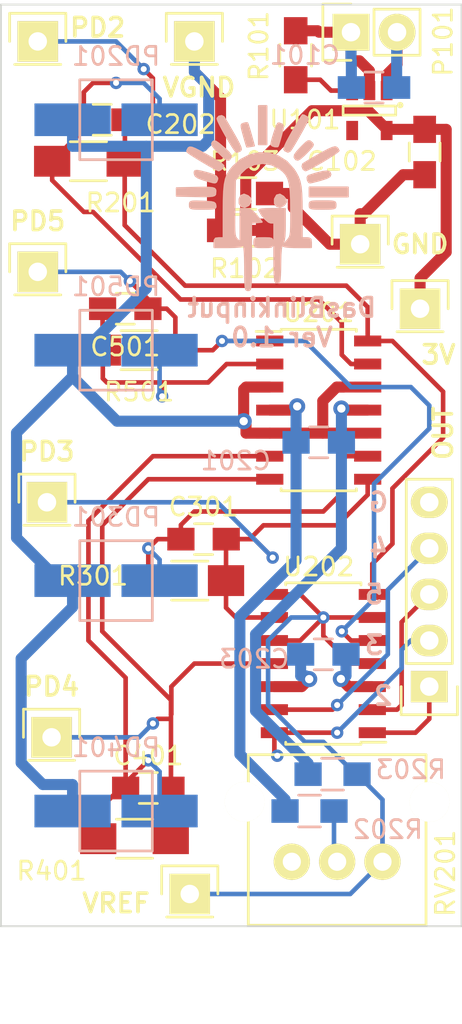
<source format=kicad_pcb>
(kicad_pcb (version 20171130) (host pcbnew "(5.1.12)-1")

  (general
    (thickness 1.6)
    (drawings 23)
    (tracks 315)
    (zones 0)
    (modules 36)
    (nets 22)
  )

  (page A4)
  (layers
    (0 F.Cu signal)
    (1 PWR.Cu signal)
    (2 GND.Cu signal)
    (31 B.Cu signal)
    (32 B.Adhes user hide)
    (33 F.Adhes user hide)
    (34 B.Paste user hide)
    (35 F.Paste user hide)
    (36 B.SilkS user hide)
    (37 F.SilkS user hide)
    (38 B.Mask user hide)
    (39 F.Mask user hide)
    (40 Dwgs.User user hide)
    (41 Cmts.User user hide)
    (42 Eco1.User user hide)
    (43 Eco2.User user hide)
    (44 Edge.Cuts user)
    (45 Margin user hide)
    (46 B.CrtYd user hide)
    (47 F.CrtYd user hide)
    (48 B.Fab user hide)
    (49 F.Fab user hide)
  )

  (setup
    (last_trace_width 0.254)
    (trace_clearance 0.254)
    (zone_clearance 0.254)
    (zone_45_only no)
    (trace_min 0.1524)
    (via_size 0.6858)
    (via_drill 0.3302)
    (via_min_size 0.6858)
    (via_min_drill 0.3302)
    (uvia_size 0.508)
    (uvia_drill 0.127)
    (uvias_allowed no)
    (uvia_min_size 0.508)
    (uvia_min_drill 0.127)
    (edge_width 0.1)
    (segment_width 0.2)
    (pcb_text_width 0.2032)
    (pcb_text_size 1.016 1.016)
    (mod_edge_width 0.15)
    (mod_text_size 1 1)
    (mod_text_width 0.15)
    (pad_size 1.5 1.5)
    (pad_drill 0.6)
    (pad_to_mask_clearance 0)
    (aux_axis_origin 0 0)
    (visible_elements 7FFFFFFF)
    (pcbplotparams
      (layerselection 0x010f0_80000007)
      (usegerberextensions false)
      (usegerberattributes true)
      (usegerberadvancedattributes true)
      (creategerberjobfile true)
      (excludeedgelayer true)
      (linewidth 0.100000)
      (plotframeref false)
      (viasonmask false)
      (mode 1)
      (useauxorigin false)
      (hpglpennumber 1)
      (hpglpenspeed 20)
      (hpglpendiameter 15.000000)
      (psnegative false)
      (psa4output false)
      (plotreference true)
      (plotvalue false)
      (plotinvisibletext false)
      (padsonsilk false)
      (subtractmaskfromsilk true)
      (outputformat 1)
      (mirror false)
      (drillshape 0)
      (scaleselection 1)
      (outputdirectory "Gerbers/"))
  )

  (net 0 "")
  (net 1 "Net-(C101-Pad1)")
  (net 2 GND)
  (net 3 3V)
  (net 4 "Net-(C202-Pad1)")
  (net 5 "Net-(C202-Pad2)")
  (net 6 "Net-(C301-Pad1)")
  (net 7 "Net-(C301-Pad2)")
  (net 8 "Net-(C401-Pad1)")
  (net 9 "Net-(C401-Pad2)")
  (net 10 "Net-(C501-Pad1)")
  (net 11 "Net-(C501-Pad2)")
  (net 12 VGND)
  (net 13 "Net-(R101-Pad1)")
  (net 14 /Channel2Photodetect/REF_IN)
  (net 15 "Net-(R203-Pad1)")
  (net 16 "Net-(U101-Pad4)")
  (net 17 "Net-(RV201-Pad1)")
  (net 18 /Channel1Photodetect/PD2)
  (net 19 /Channel2Photodetect/PD3)
  (net 20 /Channel3Photodetect/PD5)
  (net 21 /Channel4Photodetect/PD4)

  (net_class Default "This is the default net class."
    (clearance 0.254)
    (trace_width 0.254)
    (via_dia 0.6858)
    (via_drill 0.3302)
    (uvia_dia 0.508)
    (uvia_drill 0.127)
    (add_net /Channel1Photodetect/PD2)
    (add_net /Channel2Photodetect/PD3)
    (add_net /Channel2Photodetect/REF_IN)
    (add_net /Channel3Photodetect/PD5)
    (add_net /Channel4Photodetect/PD4)
    (add_net "Net-(C202-Pad1)")
    (add_net "Net-(C202-Pad2)")
    (add_net "Net-(C301-Pad1)")
    (add_net "Net-(C301-Pad2)")
    (add_net "Net-(C401-Pad1)")
    (add_net "Net-(C401-Pad2)")
    (add_net "Net-(C501-Pad1)")
    (add_net "Net-(C501-Pad2)")
    (add_net "Net-(R101-Pad1)")
    (add_net "Net-(R203-Pad1)")
    (add_net "Net-(RV201-Pad1)")
    (add_net "Net-(U101-Pad4)")
  )

  (net_class Power ""
    (clearance 0.254)
    (trace_width 0.6096)
    (via_dia 0.889)
    (via_drill 0.4572)
    (uvia_dia 0.508)
    (uvia_drill 0.127)
    (add_net 3V)
    (add_net GND)
    (add_net "Net-(C101-Pad1)")
    (add_net VGND)
  )

  (module Capacitors_SMD:C_0805_HandSoldering (layer B.Cu) (tedit 55616217) (tstamp 5556546A)
    (at 98.552 72.136 180)
    (descr "Capacitor SMD 0805, hand soldering")
    (tags "capacitor 0805")
    (path /555651D9)
    (attr smd)
    (fp_text reference C101 (at 3.81 1.778 180) (layer B.SilkS)
      (effects (font (size 1 1) (thickness 0.15)) (justify mirror))
    )
    (fp_text value 1U (at 0 -2.1 180) (layer B.Fab) hide
      (effects (font (size 1 1) (thickness 0.15)) (justify mirror))
    )
    (fp_line (start -2.3 1) (end 2.3 1) (layer B.CrtYd) (width 0.05))
    (fp_line (start -2.3 -1) (end 2.3 -1) (layer B.CrtYd) (width 0.05))
    (fp_line (start -2.3 1) (end -2.3 -1) (layer B.CrtYd) (width 0.05))
    (fp_line (start 2.3 1) (end 2.3 -1) (layer B.CrtYd) (width 0.05))
    (fp_line (start 0.5 0.85) (end -0.5 0.85) (layer B.SilkS) (width 0.15))
    (fp_line (start -0.5 -0.85) (end 0.5 -0.85) (layer B.SilkS) (width 0.15))
    (pad 1 smd rect (at -1.25 0 180) (size 1.5 1.25) (layers B.Cu B.Paste B.Mask)
      (net 1 "Net-(C101-Pad1)"))
    (pad 2 smd rect (at 1.25 0 180) (size 1.5 1.25) (layers B.Cu B.Paste B.Mask)
      (net 2 GND))
    (model Capacitors_SMD.3dshapes/C_0805_HandSoldering.wrl
      (at (xyz 0 0 0))
      (scale (xyz 1 1 1))
      (rotate (xyz 0 0 0))
    )
  )

  (module Capacitors_SMD:C_0805_HandSoldering (layer F.Cu) (tedit 55602983) (tstamp 55565470)
    (at 101.346 75.692 270)
    (descr "Capacitor SMD 0805, hand soldering")
    (tags "capacitor 0805")
    (path /55565240)
    (attr smd)
    (fp_text reference C102 (at 0.508 4.572) (layer F.SilkS)
      (effects (font (size 1 1) (thickness 0.15)))
    )
    (fp_text value 1U (at 0 2.1 270) (layer F.Fab) hide
      (effects (font (size 1 1) (thickness 0.15)))
    )
    (fp_line (start -2.3 -1) (end 2.3 -1) (layer F.CrtYd) (width 0.05))
    (fp_line (start -2.3 1) (end 2.3 1) (layer F.CrtYd) (width 0.05))
    (fp_line (start -2.3 -1) (end -2.3 1) (layer F.CrtYd) (width 0.05))
    (fp_line (start 2.3 -1) (end 2.3 1) (layer F.CrtYd) (width 0.05))
    (fp_line (start 0.5 -0.85) (end -0.5 -0.85) (layer F.SilkS) (width 0.15))
    (fp_line (start -0.5 0.85) (end 0.5 0.85) (layer F.SilkS) (width 0.15))
    (pad 1 smd rect (at -1.25 0 270) (size 1.5 1.25) (layers F.Cu F.Paste F.Mask)
      (net 3 3V))
    (pad 2 smd rect (at 1.25 0 270) (size 1.5 1.25) (layers F.Cu F.Paste F.Mask)
      (net 2 GND))
    (model Capacitors_SMD.3dshapes/C_0805_HandSoldering.wrl
      (at (xyz 0 0 0))
      (scale (xyz 1 1 1))
      (rotate (xyz 0 0 0))
    )
  )

  (module Capacitors_SMD:C_0805_HandSoldering (layer B.Cu) (tedit 556166F0) (tstamp 55565476)
    (at 95.504 91.694 180)
    (descr "Capacitor SMD 0805, hand soldering")
    (tags "capacitor 0805")
    (path /5552CD55/5552D53D)
    (attr smd)
    (fp_text reference C201 (at 4.572 -1.016 180) (layer B.SilkS)
      (effects (font (size 1 1) (thickness 0.15)) (justify mirror))
    )
    (fp_text value .1U (at 0 -2.1 180) (layer B.Fab) hide
      (effects (font (size 1 1) (thickness 0.15)) (justify mirror))
    )
    (fp_line (start -2.3 1) (end 2.3 1) (layer B.CrtYd) (width 0.05))
    (fp_line (start -2.3 -1) (end 2.3 -1) (layer B.CrtYd) (width 0.05))
    (fp_line (start -2.3 1) (end -2.3 -1) (layer B.CrtYd) (width 0.05))
    (fp_line (start 2.3 1) (end 2.3 -1) (layer B.CrtYd) (width 0.05))
    (fp_line (start 0.5 0.85) (end -0.5 0.85) (layer B.SilkS) (width 0.15))
    (fp_line (start -0.5 -0.85) (end 0.5 -0.85) (layer B.SilkS) (width 0.15))
    (pad 1 smd rect (at -1.25 0 180) (size 1.5 1.25) (layers B.Cu B.Paste B.Mask)
      (net 2 GND))
    (pad 2 smd rect (at 1.25 0 180) (size 1.5 1.25) (layers B.Cu B.Paste B.Mask)
      (net 3 3V))
    (model Capacitors_SMD.3dshapes/C_0805_HandSoldering.wrl
      (at (xyz 0 0 0))
      (scale (xyz 1 1 1))
      (rotate (xyz 0 0 0))
    )
  )

  (module Capacitors_SMD:C_0805_HandSoldering (layer F.Cu) (tedit 55602485) (tstamp 5556547C)
    (at 83.566 73.914 180)
    (descr "Capacitor SMD 0805, hand soldering")
    (tags "capacitor 0805")
    (path /5552CD55/5552D504)
    (attr smd)
    (fp_text reference C202 (at -4.318 -0.254 180) (layer F.SilkS)
      (effects (font (size 1 1) (thickness 0.15)))
    )
    (fp_text value 100p (at 0 2.1 180) (layer F.Fab) hide
      (effects (font (size 1 1) (thickness 0.15)))
    )
    (fp_line (start -2.3 -1) (end 2.3 -1) (layer F.CrtYd) (width 0.05))
    (fp_line (start -2.3 1) (end 2.3 1) (layer F.CrtYd) (width 0.05))
    (fp_line (start -2.3 -1) (end -2.3 1) (layer F.CrtYd) (width 0.05))
    (fp_line (start 2.3 -1) (end 2.3 1) (layer F.CrtYd) (width 0.05))
    (fp_line (start 0.5 -0.85) (end -0.5 -0.85) (layer F.SilkS) (width 0.15))
    (fp_line (start -0.5 0.85) (end 0.5 0.85) (layer F.SilkS) (width 0.15))
    (pad 1 smd rect (at -1.25 0 180) (size 1.5 1.25) (layers F.Cu F.Paste F.Mask)
      (net 4 "Net-(C202-Pad1)"))
    (pad 2 smd rect (at 1.25 0 180) (size 1.5 1.25) (layers F.Cu F.Paste F.Mask)
      (net 5 "Net-(C202-Pad2)"))
    (model Capacitors_SMD.3dshapes/C_0805_HandSoldering.wrl
      (at (xyz 0 0 0))
      (scale (xyz 1 1 1))
      (rotate (xyz 0 0 0))
    )
  )

  (module Capacitors_SMD:C_0805_HandSoldering (layer B.Cu) (tedit 556161D1) (tstamp 55565482)
    (at 95.758 103.378)
    (descr "Capacitor SMD 0805, hand soldering")
    (tags "capacitor 0805")
    (path /5552CD55/5552D589)
    (attr smd)
    (fp_text reference C203 (at -3.81 0.254) (layer B.SilkS)
      (effects (font (size 1 1) (thickness 0.15)) (justify mirror))
    )
    (fp_text value .1U (at 0 -2.1) (layer B.Fab) hide
      (effects (font (size 1 1) (thickness 0.15)) (justify mirror))
    )
    (fp_line (start -2.3 1) (end 2.3 1) (layer B.CrtYd) (width 0.05))
    (fp_line (start -2.3 -1) (end 2.3 -1) (layer B.CrtYd) (width 0.05))
    (fp_line (start -2.3 1) (end -2.3 -1) (layer B.CrtYd) (width 0.05))
    (fp_line (start 2.3 1) (end 2.3 -1) (layer B.CrtYd) (width 0.05))
    (fp_line (start 0.5 0.85) (end -0.5 0.85) (layer B.SilkS) (width 0.15))
    (fp_line (start -0.5 -0.85) (end 0.5 -0.85) (layer B.SilkS) (width 0.15))
    (pad 1 smd rect (at -1.25 0) (size 1.5 1.25) (layers B.Cu B.Paste B.Mask)
      (net 2 GND))
    (pad 2 smd rect (at 1.25 0) (size 1.5 1.25) (layers B.Cu B.Paste B.Mask)
      (net 3 3V))
    (model Capacitors_SMD.3dshapes/C_0805_HandSoldering.wrl
      (at (xyz 0 0 0))
      (scale (xyz 1 1 1))
      (rotate (xyz 0 0 0))
    )
  )

  (module Capacitors_SMD:C_0805_HandSoldering (layer F.Cu) (tedit 5560255E) (tstamp 5556548E)
    (at 86.106 110.744 180)
    (descr "Capacitor SMD 0805, hand soldering")
    (tags "capacitor 0805")
    (path /5552DDD1/5552FFB3)
    (attr smd)
    (fp_text reference C401 (at 0 1.778 180) (layer F.SilkS)
      (effects (font (size 1 1) (thickness 0.15)))
    )
    (fp_text value 100p (at 0 2.1 180) (layer F.Fab) hide
      (effects (font (size 1 1) (thickness 0.15)))
    )
    (fp_line (start -2.3 -1) (end 2.3 -1) (layer F.CrtYd) (width 0.05))
    (fp_line (start -2.3 1) (end 2.3 1) (layer F.CrtYd) (width 0.05))
    (fp_line (start -2.3 -1) (end -2.3 1) (layer F.CrtYd) (width 0.05))
    (fp_line (start 2.3 -1) (end 2.3 1) (layer F.CrtYd) (width 0.05))
    (fp_line (start 0.5 -0.85) (end -0.5 -0.85) (layer F.SilkS) (width 0.15))
    (fp_line (start -0.5 0.85) (end 0.5 0.85) (layer F.SilkS) (width 0.15))
    (pad 1 smd rect (at -1.25 0 180) (size 1.5 1.25) (layers F.Cu F.Paste F.Mask)
      (net 8 "Net-(C401-Pad1)"))
    (pad 2 smd rect (at 1.25 0 180) (size 1.5 1.25) (layers F.Cu F.Paste F.Mask)
      (net 9 "Net-(C401-Pad2)"))
    (model Capacitors_SMD.3dshapes/C_0805_HandSoldering.wrl
      (at (xyz 0 0 0))
      (scale (xyz 1 1 1))
      (rotate (xyz 0 0 0))
    )
  )

  (module Capacitors_SMD:C_0805_HandSoldering (layer F.Cu) (tedit 556016FB) (tstamp 55565494)
    (at 84.836 84.328 180)
    (descr "Capacitor SMD 0805, hand soldering")
    (tags "capacitor 0805")
    (path /5552DDCE/5552F9AB)
    (attr smd)
    (fp_text reference C501 (at 0 -2.1 180) (layer F.SilkS)
      (effects (font (size 1 1) (thickness 0.15)))
    )
    (fp_text value 100p (at 0 2.1 180) (layer F.Fab) hide
      (effects (font (size 1 1) (thickness 0.15)))
    )
    (fp_line (start -2.3 -1) (end 2.3 -1) (layer F.CrtYd) (width 0.05))
    (fp_line (start -2.3 1) (end 2.3 1) (layer F.CrtYd) (width 0.05))
    (fp_line (start -2.3 -1) (end -2.3 1) (layer F.CrtYd) (width 0.05))
    (fp_line (start 2.3 -1) (end 2.3 1) (layer F.CrtYd) (width 0.05))
    (fp_line (start 0.5 -0.85) (end -0.5 -0.85) (layer F.SilkS) (width 0.15))
    (fp_line (start -0.5 0.85) (end 0.5 0.85) (layer F.SilkS) (width 0.15))
    (pad 1 smd rect (at -1.25 0 180) (size 1.5 1.25) (layers F.Cu F.Paste F.Mask)
      (net 10 "Net-(C501-Pad1)"))
    (pad 2 smd rect (at 1.25 0 180) (size 1.5 1.25) (layers F.Cu F.Paste F.Mask)
      (net 11 "Net-(C501-Pad2)"))
    (model Capacitors_SMD.3dshapes/C_0805_HandSoldering.wrl
      (at (xyz 0 0 0))
      (scale (xyz 1 1 1))
      (rotate (xyz 0 0 0))
    )
  )

  (module Pin_Headers:Pin_Header_Straight_1x02 (layer F.Cu) (tedit 556016D2) (tstamp 5556549A)
    (at 97.282 69.088 90)
    (descr "Through hole pin header")
    (tags "pin header")
    (path /55563E64)
    (fp_text reference P101 (at -0.508 5.08 90) (layer F.SilkS)
      (effects (font (size 1 1) (thickness 0.15)))
    )
    (fp_text value CONN_01X02 (at 0 -3.1 90) (layer F.Fab) hide
      (effects (font (size 1 1) (thickness 0.15)))
    )
    (fp_line (start 1.27 1.27) (end 1.27 3.81) (layer F.SilkS) (width 0.15))
    (fp_line (start 1.55 -1.55) (end 1.55 0) (layer F.SilkS) (width 0.15))
    (fp_line (start -1.75 -1.75) (end -1.75 4.3) (layer F.CrtYd) (width 0.05))
    (fp_line (start 1.75 -1.75) (end 1.75 4.3) (layer F.CrtYd) (width 0.05))
    (fp_line (start -1.75 -1.75) (end 1.75 -1.75) (layer F.CrtYd) (width 0.05))
    (fp_line (start -1.75 4.3) (end 1.75 4.3) (layer F.CrtYd) (width 0.05))
    (fp_line (start 1.27 1.27) (end -1.27 1.27) (layer F.SilkS) (width 0.15))
    (fp_line (start -1.55 0) (end -1.55 -1.55) (layer F.SilkS) (width 0.15))
    (fp_line (start -1.55 -1.55) (end 1.55 -1.55) (layer F.SilkS) (width 0.15))
    (fp_line (start -1.27 1.27) (end -1.27 3.81) (layer F.SilkS) (width 0.15))
    (fp_line (start -1.27 3.81) (end 1.27 3.81) (layer F.SilkS) (width 0.15))
    (pad 1 thru_hole rect (at 0 0 90) (size 2.032 2.032) (drill 1.016) (layers *.Cu *.Mask F.SilkS)
      (net 2 GND))
    (pad 2 thru_hole oval (at 0 2.54 90) (size 2.032 2.032) (drill 1.016) (layers *.Cu *.Mask F.SilkS)
      (net 1 "Net-(C101-Pad1)"))
    (model Pin_Headers.3dshapes/Pin_Header_Straight_1x02.wrl
      (offset (xyz 0 -1.269999980926514 0))
      (scale (xyz 1 1 1))
      (rotate (xyz 0 0 90))
    )
  )

  (module Resistors_SMD:R_0805_HandSoldering (layer F.Cu) (tedit 556024F5) (tstamp 555654CC)
    (at 94.234 70.358 90)
    (descr "Resistor SMD 0805, hand soldering")
    (tags "resistor 0805")
    (path /55566A0E)
    (attr smd)
    (fp_text reference R101 (at 0.508 -2.032 270) (layer F.SilkS)
      (effects (font (size 1 1) (thickness 0.15)))
    )
    (fp_text value 0 (at 0 2.1 90) (layer F.Fab) hide
      (effects (font (size 1 1) (thickness 0.15)))
    )
    (fp_line (start -2.4 -1) (end 2.4 -1) (layer F.CrtYd) (width 0.05))
    (fp_line (start -2.4 1) (end 2.4 1) (layer F.CrtYd) (width 0.05))
    (fp_line (start -2.4 -1) (end -2.4 1) (layer F.CrtYd) (width 0.05))
    (fp_line (start 2.4 -1) (end 2.4 1) (layer F.CrtYd) (width 0.05))
    (fp_line (start 0.6 0.875) (end -0.6 0.875) (layer F.SilkS) (width 0.15))
    (fp_line (start -0.6 -0.875) (end 0.6 -0.875) (layer F.SilkS) (width 0.15))
    (pad 1 smd rect (at -1.35 0 90) (size 1.5 1.3) (layers F.Cu F.Paste F.Mask)
      (net 13 "Net-(R101-Pad1)"))
    (pad 2 smd rect (at 1.35 0 90) (size 1.5 1.3) (layers F.Cu F.Paste F.Mask)
      (net 2 GND))
    (model Resistors_SMD.3dshapes/R_0805_HandSoldering.wrl
      (at (xyz 0 0 0))
      (scale (xyz 1 1 1))
      (rotate (xyz 0 0 0))
    )
  )

  (module Resistors_SMD:R_0805_HandSoldering (layer F.Cu) (tedit 55600F6A) (tstamp 555654D2)
    (at 91.44 80.01 180)
    (descr "Resistor SMD 0805, hand soldering")
    (tags "resistor 0805")
    (path /5556A99F)
    (attr smd)
    (fp_text reference R102 (at 0 -2.1 180) (layer F.SilkS)
      (effects (font (size 1 1) (thickness 0.15)))
    )
    (fp_text value 10K (at 0 2.1 180) (layer F.Fab) hide
      (effects (font (size 1 1) (thickness 0.15)))
    )
    (fp_line (start -2.4 -1) (end 2.4 -1) (layer F.CrtYd) (width 0.05))
    (fp_line (start -2.4 1) (end 2.4 1) (layer F.CrtYd) (width 0.05))
    (fp_line (start -2.4 -1) (end -2.4 1) (layer F.CrtYd) (width 0.05))
    (fp_line (start 2.4 -1) (end 2.4 1) (layer F.CrtYd) (width 0.05))
    (fp_line (start 0.6 0.875) (end -0.6 0.875) (layer F.SilkS) (width 0.15))
    (fp_line (start -0.6 -0.875) (end 0.6 -0.875) (layer F.SilkS) (width 0.15))
    (pad 1 smd rect (at -1.35 0 180) (size 1.5 1.3) (layers F.Cu F.Paste F.Mask)
      (net 3 3V))
    (pad 2 smd rect (at 1.35 0 180) (size 1.5 1.3) (layers F.Cu F.Paste F.Mask)
      (net 12 VGND))
    (model Resistors_SMD.3dshapes/R_0805_HandSoldering.wrl
      (at (xyz 0 0 0))
      (scale (xyz 1 1 1))
      (rotate (xyz 0 0 0))
    )
  )

  (module Resistors_SMD:R_0805_HandSoldering (layer F.Cu) (tedit 556024EC) (tstamp 555654D8)
    (at 91.44 77.978)
    (descr "Resistor SMD 0805, hand soldering")
    (tags "resistor 0805")
    (path /5556AA2C)
    (attr smd)
    (fp_text reference R103 (at 0 -1.778) (layer F.SilkS)
      (effects (font (size 1 1) (thickness 0.15)))
    )
    (fp_text value 10K (at 0 2.1) (layer F.Fab) hide
      (effects (font (size 1 1) (thickness 0.15)))
    )
    (fp_line (start -2.4 -1) (end 2.4 -1) (layer F.CrtYd) (width 0.05))
    (fp_line (start -2.4 1) (end 2.4 1) (layer F.CrtYd) (width 0.05))
    (fp_line (start -2.4 -1) (end -2.4 1) (layer F.CrtYd) (width 0.05))
    (fp_line (start 2.4 -1) (end 2.4 1) (layer F.CrtYd) (width 0.05))
    (fp_line (start 0.6 0.875) (end -0.6 0.875) (layer F.SilkS) (width 0.15))
    (fp_line (start -0.6 -0.875) (end 0.6 -0.875) (layer F.SilkS) (width 0.15))
    (pad 1 smd rect (at -1.35 0) (size 1.5 1.3) (layers F.Cu F.Paste F.Mask)
      (net 12 VGND))
    (pad 2 smd rect (at 1.35 0) (size 1.5 1.3) (layers F.Cu F.Paste F.Mask)
      (net 2 GND))
    (model Resistors_SMD.3dshapes/R_0805_HandSoldering.wrl
      (at (xyz 0 0 0))
      (scale (xyz 1 1 1))
      (rotate (xyz 0 0 0))
    )
  )

  (module Resistors_SMD:R_1206_HandSoldering (layer F.Cu) (tedit 5560173B) (tstamp 555654DE)
    (at 82.804 76.2 180)
    (descr "Resistor SMD 1206, hand soldering")
    (tags "resistor 1206")
    (path /5552CD55/5552D4FD)
    (attr smd)
    (fp_text reference R201 (at -1.778 -2.286 180) (layer F.SilkS)
      (effects (font (size 1 1) (thickness 0.15)))
    )
    (fp_text value 1MEG (at 0 2.3 180) (layer F.Fab) hide
      (effects (font (size 1 1) (thickness 0.15)))
    )
    (fp_line (start -3.3 -1.2) (end 3.3 -1.2) (layer F.CrtYd) (width 0.05))
    (fp_line (start -3.3 1.2) (end 3.3 1.2) (layer F.CrtYd) (width 0.05))
    (fp_line (start -3.3 -1.2) (end -3.3 1.2) (layer F.CrtYd) (width 0.05))
    (fp_line (start 3.3 -1.2) (end 3.3 1.2) (layer F.CrtYd) (width 0.05))
    (fp_line (start 1 1.075) (end -1 1.075) (layer F.SilkS) (width 0.15))
    (fp_line (start -1 -1.075) (end 1 -1.075) (layer F.SilkS) (width 0.15))
    (pad 1 smd rect (at -2 0 180) (size 2 1.7) (layers F.Cu F.Paste F.Mask)
      (net 4 "Net-(C202-Pad1)"))
    (pad 2 smd rect (at 2 0 180) (size 2 1.7) (layers F.Cu F.Paste F.Mask)
      (net 5 "Net-(C202-Pad2)"))
    (model Resistors_SMD.3dshapes/R_1206_HandSoldering.wrl
      (at (xyz 0 0 0))
      (scale (xyz 1 1 1))
      (rotate (xyz 0 0 0))
    )
  )

  (module Resistors_SMD:R_0805_HandSoldering (layer B.Cu) (tedit 556161D7) (tstamp 7FFFFFFF)
    (at 96.266 109.982)
    (descr "Resistor SMD 0805, hand soldering")
    (tags "resistor 0805")
    (path /5552CD55/5552D566)
    (attr smd)
    (fp_text reference R202 (at 3.048 3.048) (layer B.SilkS)
      (effects (font (size 1 1) (thickness 0.15)) (justify mirror))
    )
    (fp_text value 10K (at 0 -2.1) (layer B.Fab) hide
      (effects (font (size 1 1) (thickness 0.15)) (justify mirror))
    )
    (fp_line (start -2.4 1) (end 2.4 1) (layer B.CrtYd) (width 0.05))
    (fp_line (start -2.4 -1) (end 2.4 -1) (layer B.CrtYd) (width 0.05))
    (fp_line (start -2.4 1) (end -2.4 -1) (layer B.CrtYd) (width 0.05))
    (fp_line (start 2.4 1) (end 2.4 -1) (layer B.CrtYd) (width 0.05))
    (fp_line (start 0.6 -0.875) (end -0.6 -0.875) (layer B.SilkS) (width 0.15))
    (fp_line (start -0.6 0.875) (end 0.6 0.875) (layer B.SilkS) (width 0.15))
    (pad 1 smd rect (at -1.35 0) (size 1.5 1.3) (layers B.Cu B.Paste B.Mask)
      (net 2 GND))
    (pad 2 smd rect (at 1.35 0) (size 1.5 1.3) (layers B.Cu B.Paste B.Mask)
      (net 14 /Channel2Photodetect/REF_IN))
    (model Resistors_SMD.3dshapes/R_0805_HandSoldering.wrl
      (at (xyz 0 0 0))
      (scale (xyz 1 1 1))
      (rotate (xyz 0 0 0))
    )
  )

  (module Resistors_SMD:R_0805_HandSoldering (layer B.Cu) (tedit 556161C8) (tstamp 555654EA)
    (at 94.996 112.014 180)
    (descr "Resistor SMD 0805, hand soldering")
    (tags "resistor 0805")
    (path /5552CD55/5552D55F)
    (attr smd)
    (fp_text reference R203 (at -5.588 2.286 180) (layer B.SilkS)
      (effects (font (size 1 1) (thickness 0.15)) (justify mirror))
    )
    (fp_text value 10K (at 0 -2.1 180) (layer B.Fab) hide
      (effects (font (size 1 1) (thickness 0.15)) (justify mirror))
    )
    (fp_line (start -2.4 1) (end 2.4 1) (layer B.CrtYd) (width 0.05))
    (fp_line (start -2.4 -1) (end 2.4 -1) (layer B.CrtYd) (width 0.05))
    (fp_line (start -2.4 1) (end -2.4 -1) (layer B.CrtYd) (width 0.05))
    (fp_line (start 2.4 1) (end 2.4 -1) (layer B.CrtYd) (width 0.05))
    (fp_line (start 0.6 -0.875) (end -0.6 -0.875) (layer B.SilkS) (width 0.15))
    (fp_line (start -0.6 0.875) (end 0.6 0.875) (layer B.SilkS) (width 0.15))
    (pad 1 smd rect (at -1.35 0 180) (size 1.5 1.3) (layers B.Cu B.Paste B.Mask)
      (net 15 "Net-(R203-Pad1)"))
    (pad 2 smd rect (at 1.35 0 180) (size 1.5 1.3) (layers B.Cu B.Paste B.Mask)
      (net 3 3V))
    (model Resistors_SMD.3dshapes/R_0805_HandSoldering.wrl
      (at (xyz 0 0 0))
      (scale (xyz 1 1 1))
      (rotate (xyz 0 0 0))
    )
  )

  (module Resistors_SMD:R_1206_HandSoldering (layer F.Cu) (tedit 556025BC) (tstamp 555654F0)
    (at 88.392 99.314 180)
    (descr "Resistor SMD 1206, hand soldering")
    (tags "resistor 1206")
    (path /5552DDC5/5552E2CE)
    (attr smd)
    (fp_text reference R301 (at 5.334 0.254 180) (layer F.SilkS)
      (effects (font (size 1 1) (thickness 0.15)))
    )
    (fp_text value 1MEG (at 0 2.3 180) (layer F.Fab) hide
      (effects (font (size 1 1) (thickness 0.15)))
    )
    (fp_line (start -3.3 -1.2) (end 3.3 -1.2) (layer F.CrtYd) (width 0.05))
    (fp_line (start -3.3 1.2) (end 3.3 1.2) (layer F.CrtYd) (width 0.05))
    (fp_line (start -3.3 -1.2) (end -3.3 1.2) (layer F.CrtYd) (width 0.05))
    (fp_line (start 3.3 -1.2) (end 3.3 1.2) (layer F.CrtYd) (width 0.05))
    (fp_line (start 1 1.075) (end -1 1.075) (layer F.SilkS) (width 0.15))
    (fp_line (start -1 -1.075) (end 1 -1.075) (layer F.SilkS) (width 0.15))
    (pad 1 smd rect (at -2 0 180) (size 2 1.7) (layers F.Cu F.Paste F.Mask)
      (net 6 "Net-(C301-Pad1)"))
    (pad 2 smd rect (at 2 0 180) (size 2 1.7) (layers F.Cu F.Paste F.Mask)
      (net 7 "Net-(C301-Pad2)"))
    (model Resistors_SMD.3dshapes/R_1206_HandSoldering.wrl
      (at (xyz 0 0 0))
      (scale (xyz 1 1 1))
      (rotate (xyz 0 0 0))
    )
  )

  (module Resistors_SMD:R_1206_HandSoldering (layer F.Cu) (tedit 556160AF) (tstamp 555654F6)
    (at 85.344 113.538 180)
    (descr "Resistor SMD 1206, hand soldering")
    (tags "resistor 1206")
    (path /5552DDD1/5552FFAC)
    (attr smd)
    (fp_text reference R401 (at 4.572 -1.778 180) (layer F.SilkS)
      (effects (font (size 1 1) (thickness 0.15)))
    )
    (fp_text value 1MEG (at 0 2.3 180) (layer F.Fab) hide
      (effects (font (size 1 1) (thickness 0.15)))
    )
    (fp_line (start -3.3 -1.2) (end 3.3 -1.2) (layer F.CrtYd) (width 0.05))
    (fp_line (start -3.3 1.2) (end 3.3 1.2) (layer F.CrtYd) (width 0.05))
    (fp_line (start -3.3 -1.2) (end -3.3 1.2) (layer F.CrtYd) (width 0.05))
    (fp_line (start 3.3 -1.2) (end 3.3 1.2) (layer F.CrtYd) (width 0.05))
    (fp_line (start 1 1.075) (end -1 1.075) (layer F.SilkS) (width 0.15))
    (fp_line (start -1 -1.075) (end 1 -1.075) (layer F.SilkS) (width 0.15))
    (pad 1 smd rect (at -2 0 180) (size 2 1.7) (layers F.Cu F.Paste F.Mask)
      (net 8 "Net-(C401-Pad1)"))
    (pad 2 smd rect (at 2 0 180) (size 2 1.7) (layers F.Cu F.Paste F.Mask)
      (net 9 "Net-(C401-Pad2)"))
    (model Resistors_SMD.3dshapes/R_1206_HandSoldering.wrl
      (at (xyz 0 0 0))
      (scale (xyz 1 1 1))
      (rotate (xyz 0 0 0))
    )
  )

  (module Resistors_SMD:R_1206_HandSoldering (layer F.Cu) (tedit 556016FE) (tstamp 555654FC)
    (at 85.598 86.614 180)
    (descr "Resistor SMD 1206, hand soldering")
    (tags "resistor 1206")
    (path /5552DDCE/5552F9A4)
    (attr smd)
    (fp_text reference R501 (at 0 -2.3 180) (layer F.SilkS)
      (effects (font (size 1 1) (thickness 0.15)))
    )
    (fp_text value 1MEG (at 0 2.3 180) (layer F.Fab) hide
      (effects (font (size 1 1) (thickness 0.15)))
    )
    (fp_line (start -3.3 -1.2) (end 3.3 -1.2) (layer F.CrtYd) (width 0.05))
    (fp_line (start -3.3 1.2) (end 3.3 1.2) (layer F.CrtYd) (width 0.05))
    (fp_line (start -3.3 -1.2) (end -3.3 1.2) (layer F.CrtYd) (width 0.05))
    (fp_line (start 3.3 -1.2) (end 3.3 1.2) (layer F.CrtYd) (width 0.05))
    (fp_line (start 1 1.075) (end -1 1.075) (layer F.SilkS) (width 0.15))
    (fp_line (start -1 -1.075) (end 1 -1.075) (layer F.SilkS) (width 0.15))
    (pad 1 smd rect (at -2 0 180) (size 2 1.7) (layers F.Cu F.Paste F.Mask)
      (net 10 "Net-(C501-Pad1)"))
    (pad 2 smd rect (at 2 0 180) (size 2 1.7) (layers F.Cu F.Paste F.Mask)
      (net 11 "Net-(C501-Pad2)"))
    (model Resistors_SMD.3dshapes/R_1206_HandSoldering.wrl
      (at (xyz 0 0 0))
      (scale (xyz 1 1 1))
      (rotate (xyz 0 0 0))
    )
  )

  (module Housings_SOT-23_SOT-143_TSOT-6:SOT-23-5 (layer F.Cu) (tedit 55602509) (tstamp 55565505)
    (at 98.298 73.406 270)
    (descr "5-pin SOT23 package")
    (tags SOT-23-5)
    (path /55564A58)
    (attr smd)
    (fp_text reference U101 (at 0.508 3.556) (layer F.SilkS)
      (effects (font (size 1 1) (thickness 0.15)))
    )
    (fp_text value LP2980IM5-3.0/NOPB (at -0.05 2.35 270) (layer F.Fab) hide
      (effects (font (size 1 1) (thickness 0.15)))
    )
    (fp_circle (center -0.3 -1.7) (end -0.2 -1.7) (layer F.SilkS) (width 0.15))
    (fp_line (start -1.8 -1.6) (end 1.8 -1.6) (layer F.CrtYd) (width 0.05))
    (fp_line (start 1.8 -1.6) (end 1.8 1.6) (layer F.CrtYd) (width 0.05))
    (fp_line (start 1.8 1.6) (end -1.8 1.6) (layer F.CrtYd) (width 0.05))
    (fp_line (start -1.8 1.6) (end -1.8 -1.6) (layer F.CrtYd) (width 0.05))
    (fp_line (start 0.25 -1.45) (end -0.25 -1.45) (layer F.SilkS) (width 0.15))
    (fp_line (start 0.25 1.45) (end 0.25 -1.45) (layer F.SilkS) (width 0.15))
    (fp_line (start -0.25 1.45) (end 0.25 1.45) (layer F.SilkS) (width 0.15))
    (fp_line (start -0.25 -1.45) (end -0.25 1.45) (layer F.SilkS) (width 0.15))
    (pad 1 smd rect (at -1.1 -0.95 270) (size 1.06 0.65) (layers F.Cu F.Paste F.Mask)
      (net 1 "Net-(C101-Pad1)"))
    (pad 2 smd rect (at -1.1 0 270) (size 1.06 0.65) (layers F.Cu F.Paste F.Mask)
      (net 2 GND))
    (pad 3 smd rect (at -1.1 0.95 270) (size 1.06 0.65) (layers F.Cu F.Paste F.Mask)
      (net 13 "Net-(R101-Pad1)"))
    (pad 4 smd rect (at 1.1 0.95 270) (size 1.06 0.65) (layers F.Cu F.Paste F.Mask)
      (net 16 "Net-(U101-Pad4)"))
    (pad 5 smd rect (at 1.1 -0.95 270) (size 1.06 0.65) (layers F.Cu F.Paste F.Mask)
      (net 3 3V))
    (model Housings_SOT-23_SOT-143_TSOT-6.3dshapes/SOT-23-5.wrl
      (at (xyz 0 0 0))
      (scale (xyz 0.11 0.11 0.11))
      (rotate (xyz 0 0 90))
    )
  )

  (module Housings_SOIC:SOIC-14_3.9x8.7mm_Pitch1.27mm (layer F.Cu) (tedit 55601600) (tstamp 55565517)
    (at 95.504 89.916)
    (descr "14-Lead Plastic Small Outline (SL) - Narrow, 3.90 mm Body [SOIC] (see Microchip Packaging Specification 00000049BS.pdf)")
    (tags "SOIC 1.27")
    (path /5552CD55/5552D50D)
    (attr smd)
    (fp_text reference U201 (at 0 -5.375) (layer F.SilkS)
      (effects (font (size 1 1) (thickness 0.15)))
    )
    (fp_text value MCP6404 (at 0 5.375) (layer F.Fab) hide
      (effects (font (size 1 1) (thickness 0.15)))
    )
    (fp_line (start -3.7 -4.65) (end -3.7 4.65) (layer F.CrtYd) (width 0.05))
    (fp_line (start 3.7 -4.65) (end 3.7 4.65) (layer F.CrtYd) (width 0.05))
    (fp_line (start -3.7 -4.65) (end 3.7 -4.65) (layer F.CrtYd) (width 0.05))
    (fp_line (start -3.7 4.65) (end 3.7 4.65) (layer F.CrtYd) (width 0.05))
    (fp_line (start -2.075 -4.45) (end -2.075 -4.335) (layer F.SilkS) (width 0.15))
    (fp_line (start 2.075 -4.45) (end 2.075 -4.335) (layer F.SilkS) (width 0.15))
    (fp_line (start 2.075 4.45) (end 2.075 4.335) (layer F.SilkS) (width 0.15))
    (fp_line (start -2.075 4.45) (end -2.075 4.335) (layer F.SilkS) (width 0.15))
    (fp_line (start -2.075 -4.45) (end 2.075 -4.45) (layer F.SilkS) (width 0.15))
    (fp_line (start -2.075 4.45) (end 2.075 4.45) (layer F.SilkS) (width 0.15))
    (fp_line (start -2.075 -4.335) (end -3.45 -4.335) (layer F.SilkS) (width 0.15))
    (pad 1 smd rect (at -2.7 -3.81) (size 1.5 0.6) (layers F.Cu F.Paste F.Mask)
      (net 10 "Net-(C501-Pad1)"))
    (pad 2 smd rect (at -2.7 -2.54) (size 1.5 0.6) (layers F.Cu F.Paste F.Mask)
      (net 11 "Net-(C501-Pad2)"))
    (pad 3 smd rect (at -2.7 -1.27) (size 1.5 0.6) (layers F.Cu F.Paste F.Mask)
      (net 12 VGND))
    (pad 4 smd rect (at -2.7 0) (size 1.5 0.6) (layers F.Cu F.Paste F.Mask)
      (net 3 3V))
    (pad 5 smd rect (at -2.7 1.27) (size 1.5 0.6) (layers F.Cu F.Paste F.Mask)
      (net 12 VGND))
    (pad 6 smd rect (at -2.7 2.54) (size 1.5 0.6) (layers F.Cu F.Paste F.Mask)
      (net 9 "Net-(C401-Pad2)"))
    (pad 7 smd rect (at -2.7 3.81) (size 1.5 0.6) (layers F.Cu F.Paste F.Mask)
      (net 8 "Net-(C401-Pad1)"))
    (pad 8 smd rect (at 2.7 3.81) (size 1.5 0.6) (layers F.Cu F.Paste F.Mask)
      (net 6 "Net-(C301-Pad1)"))
    (pad 9 smd rect (at 2.7 2.54) (size 1.5 0.6) (layers F.Cu F.Paste F.Mask)
      (net 7 "Net-(C301-Pad2)"))
    (pad 10 smd rect (at 2.7 1.27) (size 1.5 0.6) (layers F.Cu F.Paste F.Mask)
      (net 12 VGND))
    (pad 11 smd rect (at 2.7 0) (size 1.5 0.6) (layers F.Cu F.Paste F.Mask)
      (net 2 GND))
    (pad 12 smd rect (at 2.7 -1.27) (size 1.5 0.6) (layers F.Cu F.Paste F.Mask)
      (net 12 VGND))
    (pad 13 smd rect (at 2.7 -2.54) (size 1.5 0.6) (layers F.Cu F.Paste F.Mask)
      (net 5 "Net-(C202-Pad2)"))
    (pad 14 smd rect (at 2.7 -3.81) (size 1.5 0.6) (layers F.Cu F.Paste F.Mask)
      (net 4 "Net-(C202-Pad1)"))
    (model Housings_SOIC.3dshapes/SOIC-14_3.9x8.7mm_Pitch1.27mm.wrl
      (at (xyz 0 0 0))
      (scale (xyz 1 1 1))
      (rotate (xyz 0 0 0))
    )
  )

  (module Housings_SOIC:SOIC-14_3.9x8.7mm_Pitch1.27mm (layer F.Cu) (tedit 556025BA) (tstamp 55565529)
    (at 95.758 103.886 180)
    (descr "14-Lead Plastic Small Outline (SL) - Narrow, 3.90 mm Body [SOIC] (see Microchip Packaging Specification 00000049BS.pdf)")
    (tags "SOIC 1.27")
    (path /5552CD55/5552D556)
    (attr smd)
    (fp_text reference U202 (at 0.254 5.334 180) (layer F.SilkS)
      (effects (font (size 1 1) (thickness 0.15)))
    )
    (fp_text value LM339 (at 0 5.375 180) (layer F.Fab) hide
      (effects (font (size 1 1) (thickness 0.15)))
    )
    (fp_line (start -3.7 -4.65) (end -3.7 4.65) (layer F.CrtYd) (width 0.05))
    (fp_line (start 3.7 -4.65) (end 3.7 4.65) (layer F.CrtYd) (width 0.05))
    (fp_line (start -3.7 -4.65) (end 3.7 -4.65) (layer F.CrtYd) (width 0.05))
    (fp_line (start -3.7 4.65) (end 3.7 4.65) (layer F.CrtYd) (width 0.05))
    (fp_line (start -2.075 -4.45) (end -2.075 -4.335) (layer F.SilkS) (width 0.15))
    (fp_line (start 2.075 -4.45) (end 2.075 -4.335) (layer F.SilkS) (width 0.15))
    (fp_line (start 2.075 4.45) (end 2.075 4.335) (layer F.SilkS) (width 0.15))
    (fp_line (start -2.075 4.45) (end -2.075 4.335) (layer F.SilkS) (width 0.15))
    (fp_line (start -2.075 -4.45) (end 2.075 -4.45) (layer F.SilkS) (width 0.15))
    (fp_line (start -2.075 4.45) (end 2.075 4.45) (layer F.SilkS) (width 0.15))
    (fp_line (start -2.075 -4.335) (end -3.45 -4.335) (layer F.SilkS) (width 0.15))
    (pad 1 smd rect (at -2.7 -3.81 180) (size 1.5 0.6) (layers F.Cu F.Paste F.Mask)
      (net 18 /Channel1Photodetect/PD2))
    (pad 2 smd rect (at -2.7 -2.54 180) (size 1.5 0.6) (layers F.Cu F.Paste F.Mask)
      (net 20 /Channel3Photodetect/PD5))
    (pad 3 smd rect (at -2.7 -1.27 180) (size 1.5 0.6) (layers F.Cu F.Paste F.Mask)
      (net 3 3V))
    (pad 4 smd rect (at -2.7 0 180) (size 1.5 0.6) (layers F.Cu F.Paste F.Mask)
      (net 14 /Channel2Photodetect/REF_IN))
    (pad 5 smd rect (at -2.7 1.27 180) (size 1.5 0.6) (layers F.Cu F.Paste F.Mask)
      (net 10 "Net-(C501-Pad1)"))
    (pad 6 smd rect (at -2.7 2.54 180) (size 1.5 0.6) (layers F.Cu F.Paste F.Mask)
      (net 14 /Channel2Photodetect/REF_IN))
    (pad 7 smd rect (at -2.7 3.81 180) (size 1.5 0.6) (layers F.Cu F.Paste F.Mask)
      (net 4 "Net-(C202-Pad1)"))
    (pad 8 smd rect (at 2.7 3.81 180) (size 1.5 0.6) (layers F.Cu F.Paste F.Mask)
      (net 14 /Channel2Photodetect/REF_IN))
    (pad 9 smd rect (at 2.7 2.54 180) (size 1.5 0.6) (layers F.Cu F.Paste F.Mask)
      (net 6 "Net-(C301-Pad1)"))
    (pad 10 smd rect (at 2.7 1.27 180) (size 1.5 0.6) (layers F.Cu F.Paste F.Mask)
      (net 14 /Channel2Photodetect/REF_IN))
    (pad 11 smd rect (at 2.7 0 180) (size 1.5 0.6) (layers F.Cu F.Paste F.Mask)
      (net 8 "Net-(C401-Pad1)"))
    (pad 12 smd rect (at 2.7 -1.27 180) (size 1.5 0.6) (layers F.Cu F.Paste F.Mask)
      (net 2 GND))
    (pad 13 smd rect (at 2.7 -2.54 180) (size 1.5 0.6) (layers F.Cu F.Paste F.Mask)
      (net 21 /Channel4Photodetect/PD4))
    (pad 14 smd rect (at 2.7 -3.81 180) (size 1.5 0.6) (layers F.Cu F.Paste F.Mask)
      (net 19 /Channel2Photodetect/PD3))
    (model Housings_SOIC.3dshapes/SOIC-14_3.9x8.7mm_Pitch1.27mm.wrl
      (at (xyz 0 0 0))
      (scale (xyz 1 1 1))
      (rotate (xyz 0 0 0))
    )
  )

  (module DasBlinkinput:VPW34SR* locked (layer B.Cu) (tedit 556015C5) (tstamp 555A051E)
    (at 84.328 73.914)
    (path /5552CD55/5552D516)
    (fp_text reference PD201 (at 0 -3.5) (layer B.SilkS)
      (effects (font (size 1 1) (thickness 0.15)) (justify mirror))
    )
    (fp_text value VBPW34SR (at 0.3 3.3) (layer B.Fab) hide
      (effects (font (size 1 1) (thickness 0.15)) (justify mirror))
    )
    (fp_line (start -2 2.2) (end -2 -2.2) (layer B.SilkS) (width 0.15))
    (fp_line (start -2 -2.2) (end 2 -2.2) (layer B.SilkS) (width 0.15))
    (fp_line (start 2 2.2) (end 2 -2.2) (layer B.SilkS) (width 0.15))
    (fp_line (start -2 2.2) (end 2 2.2) (layer B.SilkS) (width 0.15))
    (pad 1 smd rect (at -2.4 0) (size 4.2 1.8) (layers B.Cu B.Paste B.Mask)
      (net 12 VGND))
    (pad 2 smd rect (at 2.4 0) (size 4.2 1.8) (layers B.Cu B.Paste B.Mask)
      (net 5 "Net-(C202-Pad2)"))
  )

  (module DasBlinkinput:VPW34SR* locked (layer B.Cu) (tedit 556015CF) (tstamp 555D7F5F)
    (at 84.328 99.314)
    (path /5552DDC5/5552E2E7)
    (fp_text reference PD301 (at 0 -3.5) (layer B.SilkS)
      (effects (font (size 1 1) (thickness 0.15)) (justify mirror))
    )
    (fp_text value VBPW34SR (at 0.3 3.3) (layer B.Fab) hide
      (effects (font (size 1 1) (thickness 0.15)) (justify mirror))
    )
    (fp_line (start -2 2.2) (end -2 -2.2) (layer B.SilkS) (width 0.15))
    (fp_line (start -2 -2.2) (end 2 -2.2) (layer B.SilkS) (width 0.15))
    (fp_line (start 2 2.2) (end 2 -2.2) (layer B.SilkS) (width 0.15))
    (fp_line (start -2 2.2) (end 2 2.2) (layer B.SilkS) (width 0.15))
    (pad 1 smd rect (at -2.4 0) (size 4.2 1.8) (layers B.Cu B.Paste B.Mask)
      (net 12 VGND))
    (pad 2 smd rect (at 2.4 0) (size 4.2 1.8) (layers B.Cu B.Paste B.Mask)
      (net 7 "Net-(C301-Pad2)"))
  )

  (module DasBlinkinput:VPW34SR* locked (layer B.Cu) (tedit 556015D1) (tstamp 555D7F68)
    (at 84.328 112.014)
    (path /5552DDD1/5552FFC5)
    (fp_text reference PD401 (at 0 -3.5) (layer B.SilkS)
      (effects (font (size 1 1) (thickness 0.15)) (justify mirror))
    )
    (fp_text value VBPW34SR (at 0.3 3.3) (layer B.Fab) hide
      (effects (font (size 1 1) (thickness 0.15)) (justify mirror))
    )
    (fp_line (start -2 2.2) (end -2 -2.2) (layer B.SilkS) (width 0.15))
    (fp_line (start -2 -2.2) (end 2 -2.2) (layer B.SilkS) (width 0.15))
    (fp_line (start 2 2.2) (end 2 -2.2) (layer B.SilkS) (width 0.15))
    (fp_line (start -2 2.2) (end 2 2.2) (layer B.SilkS) (width 0.15))
    (pad 1 smd rect (at -2.4 0) (size 4.2 1.8) (layers B.Cu B.Paste B.Mask)
      (net 12 VGND))
    (pad 2 smd rect (at 2.4 0) (size 4.2 1.8) (layers B.Cu B.Paste B.Mask)
      (net 9 "Net-(C401-Pad2)"))
  )

  (module DasBlinkinput:VPW34SR* locked (layer B.Cu) (tedit 556015C9) (tstamp 555D7F71)
    (at 84.328 86.614)
    (path /5552DDCE/5552F9BD)
    (fp_text reference PD501 (at 0 -3.5) (layer B.SilkS)
      (effects (font (size 1 1) (thickness 0.15)) (justify mirror))
    )
    (fp_text value VBPW34SR (at 0.3 3.3) (layer B.Fab) hide
      (effects (font (size 1 1) (thickness 0.15)) (justify mirror))
    )
    (fp_line (start -2 2.2) (end -2 -2.2) (layer B.SilkS) (width 0.15))
    (fp_line (start -2 -2.2) (end 2 -2.2) (layer B.SilkS) (width 0.15))
    (fp_line (start 2 2.2) (end 2 -2.2) (layer B.SilkS) (width 0.15))
    (fp_line (start -2 2.2) (end 2 2.2) (layer B.SilkS) (width 0.15))
    (pad 1 smd rect (at -2.4 0) (size 4.2 1.8) (layers B.Cu B.Paste B.Mask)
      (net 12 VGND))
    (pad 2 smd rect (at 2.4 0) (size 4.2 1.8) (layers B.Cu B.Paste B.Mask)
      (net 11 "Net-(C501-Pad2)"))
  )

  (module Capacitors_SMD:C_0805_HandSoldering (layer F.Cu) (tedit 5560133F) (tstamp 5560129E)
    (at 89.154 97.028 180)
    (descr "Capacitor SMD 0805, hand soldering")
    (tags "capacitor 0805")
    (path /5552DDC5/5552E2D5)
    (attr smd)
    (fp_text reference C301 (at 0 1.778 180) (layer F.SilkS)
      (effects (font (size 1 1) (thickness 0.15)))
    )
    (fp_text value 100p (at 0 2.1 180) (layer F.Fab) hide
      (effects (font (size 1 1) (thickness 0.15)))
    )
    (fp_line (start -2.3 -1) (end 2.3 -1) (layer F.CrtYd) (width 0.05))
    (fp_line (start -2.3 1) (end 2.3 1) (layer F.CrtYd) (width 0.05))
    (fp_line (start -2.3 -1) (end -2.3 1) (layer F.CrtYd) (width 0.05))
    (fp_line (start 2.3 -1) (end 2.3 1) (layer F.CrtYd) (width 0.05))
    (fp_line (start 0.5 -0.85) (end -0.5 -0.85) (layer F.SilkS) (width 0.15))
    (fp_line (start -0.5 0.85) (end 0.5 0.85) (layer F.SilkS) (width 0.15))
    (pad 1 smd rect (at -1.25 0 180) (size 1.5 1.25) (layers F.Cu F.Paste F.Mask)
      (net 6 "Net-(C301-Pad1)"))
    (pad 2 smd rect (at 1.25 0 180) (size 1.5 1.25) (layers F.Cu F.Paste F.Mask)
      (net 7 "Net-(C301-Pad2)"))
    (model Capacitors_SMD.3dshapes/C_0805_HandSoldering.wrl
      (at (xyz 0 0 0))
      (scale (xyz 1 1 1))
      (rotate (xyz 0 0 0))
    )
  )

  (module Pin_Headers:Pin_Header_Straight_1x05 (layer F.Cu) (tedit 55602AAA) (tstamp 556026C1)
    (at 101.6 105.156 180)
    (descr "Through hole pin header")
    (tags "pin header")
    (path /55562432)
    (fp_text reference P105 (at -1.016 -3.81 270) (layer F.SilkS) hide
      (effects (font (size 1 1) (thickness 0.15)))
    )
    (fp_text value CONN_01X05 (at 0 -3.1 180) (layer F.Fab) hide
      (effects (font (size 1 1) (thickness 0.15)))
    )
    (fp_line (start -1.55 0) (end -1.55 -1.55) (layer F.SilkS) (width 0.15))
    (fp_line (start -1.55 -1.55) (end 1.55 -1.55) (layer F.SilkS) (width 0.15))
    (fp_line (start 1.55 -1.55) (end 1.55 0) (layer F.SilkS) (width 0.15))
    (fp_line (start -1.75 -1.75) (end -1.75 11.95) (layer F.CrtYd) (width 0.05))
    (fp_line (start 1.75 -1.75) (end 1.75 11.95) (layer F.CrtYd) (width 0.05))
    (fp_line (start -1.75 -1.75) (end 1.75 -1.75) (layer F.CrtYd) (width 0.05))
    (fp_line (start -1.75 11.95) (end 1.75 11.95) (layer F.CrtYd) (width 0.05))
    (fp_line (start 1.27 1.27) (end 1.27 11.43) (layer F.SilkS) (width 0.15))
    (fp_line (start 1.27 11.43) (end -1.27 11.43) (layer F.SilkS) (width 0.15))
    (fp_line (start -1.27 11.43) (end -1.27 1.27) (layer F.SilkS) (width 0.15))
    (fp_line (start 1.27 1.27) (end -1.27 1.27) (layer F.SilkS) (width 0.15))
    (pad 1 thru_hole rect (at 0 0 180) (size 2.032 1.7272) (drill 1.016) (layers *.Cu *.Mask F.SilkS)
      (net 18 /Channel1Photodetect/PD2))
    (pad 2 thru_hole oval (at 0 2.54 180) (size 2.032 1.7272) (drill 1.016) (layers *.Cu *.Mask F.SilkS)
      (net 19 /Channel2Photodetect/PD3))
    (pad 3 thru_hole oval (at 0 5.08 180) (size 2.032 1.7272) (drill 1.016) (layers *.Cu *.Mask F.SilkS)
      (net 20 /Channel3Photodetect/PD5))
    (pad 4 thru_hole oval (at 0 7.62 180) (size 2.032 1.7272) (drill 1.016) (layers *.Cu *.Mask F.SilkS)
      (net 21 /Channel4Photodetect/PD4))
    (pad 5 thru_hole oval (at 0 10.16 180) (size 2.032 1.7272) (drill 1.016) (layers *.Cu *.Mask F.SilkS)
      (net 2 GND))
    (model Pin_Headers.3dshapes/Pin_Header_Straight_1x05.wrl
      (offset (xyz 0 -5.079999923706055 0))
      (scale (xyz 1 1 1))
      (rotate (xyz 0 0 90))
    )
  )

  (module Pin_Headers:Pin_Header_Straight_1x01 (layer F.Cu) (tedit 556028B6) (tstamp 55602D43)
    (at 88.646 69.596)
    (descr "Through hole pin header")
    (tags "pin header")
    (path /555640A4)
    (fp_text reference P102 (at 0 -5.1) (layer F.SilkS) hide
      (effects (font (size 1 1) (thickness 0.15)))
    )
    (fp_text value CONN_01X01 (at 0 -3.1) (layer F.Fab) hide
      (effects (font (size 1 1) (thickness 0.15)))
    )
    (fp_line (start 1.55 -1.55) (end 1.55 0) (layer F.SilkS) (width 0.15))
    (fp_line (start -1.75 -1.75) (end -1.75 1.75) (layer F.CrtYd) (width 0.05))
    (fp_line (start 1.75 -1.75) (end 1.75 1.75) (layer F.CrtYd) (width 0.05))
    (fp_line (start -1.75 -1.75) (end 1.75 -1.75) (layer F.CrtYd) (width 0.05))
    (fp_line (start -1.75 1.75) (end 1.75 1.75) (layer F.CrtYd) (width 0.05))
    (fp_line (start -1.55 0) (end -1.55 -1.55) (layer F.SilkS) (width 0.15))
    (fp_line (start -1.55 -1.55) (end 1.55 -1.55) (layer F.SilkS) (width 0.15))
    (fp_line (start -1.27 1.27) (end 1.27 1.27) (layer F.SilkS) (width 0.15))
    (pad 1 thru_hole rect (at 0 0) (size 2.2352 2.2352) (drill 1.016) (layers *.Cu *.Mask F.SilkS)
      (net 12 VGND))
    (model Pin_Headers.3dshapes/Pin_Header_Straight_1x01.wrl
      (at (xyz 0 0 0))
      (scale (xyz 1 1 1))
      (rotate (xyz 0 0 90))
    )
  )

  (module Pin_Headers:Pin_Header_Straight_1x01 (layer F.Cu) (tedit 556028FF) (tstamp 55602D48)
    (at 101.092 84.328)
    (descr "Through hole pin header")
    (tags "pin header")
    (path /55563D09)
    (fp_text reference P103 (at 0 -5.1) (layer F.SilkS) hide
      (effects (font (size 1 1) (thickness 0.15)))
    )
    (fp_text value CONN_01X01 (at 0 -3.1) (layer F.Fab) hide
      (effects (font (size 1 1) (thickness 0.15)))
    )
    (fp_line (start 1.55 -1.55) (end 1.55 0) (layer F.SilkS) (width 0.15))
    (fp_line (start -1.75 -1.75) (end -1.75 1.75) (layer F.CrtYd) (width 0.05))
    (fp_line (start 1.75 -1.75) (end 1.75 1.75) (layer F.CrtYd) (width 0.05))
    (fp_line (start -1.75 -1.75) (end 1.75 -1.75) (layer F.CrtYd) (width 0.05))
    (fp_line (start -1.75 1.75) (end 1.75 1.75) (layer F.CrtYd) (width 0.05))
    (fp_line (start -1.55 0) (end -1.55 -1.55) (layer F.SilkS) (width 0.15))
    (fp_line (start -1.55 -1.55) (end 1.55 -1.55) (layer F.SilkS) (width 0.15))
    (fp_line (start -1.27 1.27) (end 1.27 1.27) (layer F.SilkS) (width 0.15))
    (pad 1 thru_hole rect (at 0 0) (size 2.2352 2.2352) (drill 1.016) (layers *.Cu *.Mask F.SilkS)
      (net 3 3V))
    (model Pin_Headers.3dshapes/Pin_Header_Straight_1x01.wrl
      (at (xyz 0 0 0))
      (scale (xyz 1 1 1))
      (rotate (xyz 0 0 90))
    )
  )

  (module Pin_Headers:Pin_Header_Straight_1x01 (layer F.Cu) (tedit 5560297B) (tstamp 55602D4D)
    (at 97.79 80.772)
    (descr "Through hole pin header")
    (tags "pin header")
    (path /5556454C)
    (fp_text reference P104 (at 0 -5.1) (layer F.SilkS) hide
      (effects (font (size 1 1) (thickness 0.15)))
    )
    (fp_text value CONN_01X01 (at 0 -3.1) (layer F.Fab) hide
      (effects (font (size 1 1) (thickness 0.15)))
    )
    (fp_line (start 1.55 -1.55) (end 1.55 0) (layer F.SilkS) (width 0.15))
    (fp_line (start -1.75 -1.75) (end -1.75 1.75) (layer F.CrtYd) (width 0.05))
    (fp_line (start 1.75 -1.75) (end 1.75 1.75) (layer F.CrtYd) (width 0.05))
    (fp_line (start -1.75 -1.75) (end 1.75 -1.75) (layer F.CrtYd) (width 0.05))
    (fp_line (start -1.75 1.75) (end 1.75 1.75) (layer F.CrtYd) (width 0.05))
    (fp_line (start -1.55 0) (end -1.55 -1.55) (layer F.SilkS) (width 0.15))
    (fp_line (start -1.55 -1.55) (end 1.55 -1.55) (layer F.SilkS) (width 0.15))
    (fp_line (start -1.27 1.27) (end 1.27 1.27) (layer F.SilkS) (width 0.15))
    (pad 1 thru_hole rect (at 0 0) (size 2.2352 2.2352) (drill 1.016) (layers *.Cu *.Mask F.SilkS)
      (net 2 GND))
    (model Pin_Headers.3dshapes/Pin_Header_Straight_1x01.wrl
      (at (xyz 0 0 0))
      (scale (xyz 1 1 1))
      (rotate (xyz 0 0 90))
    )
  )

  (module Pin_Headers:Pin_Header_Straight_1x01 (layer F.Cu) (tedit 556029A0) (tstamp 55602D52)
    (at 88.392 116.586)
    (descr "Through hole pin header")
    (tags "pin header")
    (path /5560D7BE)
    (fp_text reference P106 (at 0 -5.1) (layer F.SilkS) hide
      (effects (font (size 1 1) (thickness 0.15)))
    )
    (fp_text value CONN_01X01 (at 0 -3.1) (layer F.Fab) hide
      (effects (font (size 1 1) (thickness 0.15)))
    )
    (fp_line (start 1.55 -1.55) (end 1.55 0) (layer F.SilkS) (width 0.15))
    (fp_line (start -1.75 -1.75) (end -1.75 1.75) (layer F.CrtYd) (width 0.05))
    (fp_line (start 1.75 -1.75) (end 1.75 1.75) (layer F.CrtYd) (width 0.05))
    (fp_line (start -1.75 -1.75) (end 1.75 -1.75) (layer F.CrtYd) (width 0.05))
    (fp_line (start -1.75 1.75) (end 1.75 1.75) (layer F.CrtYd) (width 0.05))
    (fp_line (start -1.55 0) (end -1.55 -1.55) (layer F.SilkS) (width 0.15))
    (fp_line (start -1.55 -1.55) (end 1.55 -1.55) (layer F.SilkS) (width 0.15))
    (fp_line (start -1.27 1.27) (end 1.27 1.27) (layer F.SilkS) (width 0.15))
    (pad 1 thru_hole rect (at 0 0) (size 2.2352 2.2352) (drill 1.016) (layers *.Cu *.Mask F.SilkS)
      (net 14 /Channel2Photodetect/REF_IN))
    (model Pin_Headers.3dshapes/Pin_Header_Straight_1x01.wrl
      (at (xyz 0 0 0))
      (scale (xyz 1 1 1))
      (rotate (xyz 0 0 90))
    )
  )

  (module Pin_Headers:Pin_Header_Straight_1x01 (layer F.Cu) (tedit 55602A15) (tstamp 55602D57)
    (at 80.01 69.596)
    (descr "Through hole pin header")
    (tags "pin header")
    (path /5552CD55/55569411)
    (fp_text reference P201 (at 0 -5.1) (layer F.SilkS) hide
      (effects (font (size 1 1) (thickness 0.15)))
    )
    (fp_text value CONN_01X01 (at 0 -3.1) (layer F.Fab) hide
      (effects (font (size 1 1) (thickness 0.15)))
    )
    (fp_line (start 1.55 -1.55) (end 1.55 0) (layer F.SilkS) (width 0.15))
    (fp_line (start -1.75 -1.75) (end -1.75 1.75) (layer F.CrtYd) (width 0.05))
    (fp_line (start 1.75 -1.75) (end 1.75 1.75) (layer F.CrtYd) (width 0.05))
    (fp_line (start -1.75 -1.75) (end 1.75 -1.75) (layer F.CrtYd) (width 0.05))
    (fp_line (start -1.75 1.75) (end 1.75 1.75) (layer F.CrtYd) (width 0.05))
    (fp_line (start -1.55 0) (end -1.55 -1.55) (layer F.SilkS) (width 0.15))
    (fp_line (start -1.55 -1.55) (end 1.55 -1.55) (layer F.SilkS) (width 0.15))
    (fp_line (start -1.27 1.27) (end 1.27 1.27) (layer F.SilkS) (width 0.15))
    (pad 1 thru_hole rect (at 0 0) (size 2.2352 2.2352) (drill 1.016) (layers *.Cu *.Mask F.SilkS)
      (net 4 "Net-(C202-Pad1)"))
    (model Pin_Headers.3dshapes/Pin_Header_Straight_1x01.wrl
      (at (xyz 0 0 0))
      (scale (xyz 1 1 1))
      (rotate (xyz 0 0 90))
    )
  )

  (module Pin_Headers:Pin_Header_Straight_1x01 (layer F.Cu) (tedit 55602A59) (tstamp 55602D5C)
    (at 80.518 94.996)
    (descr "Through hole pin header")
    (tags "pin header")
    (path /5552DDC5/55563262)
    (fp_text reference P301 (at 0 -5.1) (layer F.SilkS) hide
      (effects (font (size 1 1) (thickness 0.15)))
    )
    (fp_text value CONN_01X01 (at 0 -3.1) (layer F.Fab) hide
      (effects (font (size 1 1) (thickness 0.15)))
    )
    (fp_line (start 1.55 -1.55) (end 1.55 0) (layer F.SilkS) (width 0.15))
    (fp_line (start -1.75 -1.75) (end -1.75 1.75) (layer F.CrtYd) (width 0.05))
    (fp_line (start 1.75 -1.75) (end 1.75 1.75) (layer F.CrtYd) (width 0.05))
    (fp_line (start -1.75 -1.75) (end 1.75 -1.75) (layer F.CrtYd) (width 0.05))
    (fp_line (start -1.75 1.75) (end 1.75 1.75) (layer F.CrtYd) (width 0.05))
    (fp_line (start -1.55 0) (end -1.55 -1.55) (layer F.SilkS) (width 0.15))
    (fp_line (start -1.55 -1.55) (end 1.55 -1.55) (layer F.SilkS) (width 0.15))
    (fp_line (start -1.27 1.27) (end 1.27 1.27) (layer F.SilkS) (width 0.15))
    (pad 1 thru_hole rect (at 0 0) (size 2.2352 2.2352) (drill 1.016) (layers *.Cu *.Mask F.SilkS)
      (net 6 "Net-(C301-Pad1)"))
    (model Pin_Headers.3dshapes/Pin_Header_Straight_1x01.wrl
      (at (xyz 0 0 0))
      (scale (xyz 1 1 1))
      (rotate (xyz 0 0 90))
    )
  )

  (module Pin_Headers:Pin_Header_Straight_1x01 (layer F.Cu) (tedit 55602A4F) (tstamp 55602D61)
    (at 80.772 107.95)
    (descr "Through hole pin header")
    (tags "pin header")
    (path /5552DDD1/555633D1)
    (fp_text reference P401 (at 0 -5.1) (layer F.SilkS) hide
      (effects (font (size 1 1) (thickness 0.15)))
    )
    (fp_text value CONN_01X01 (at 0 -3.1) (layer F.Fab) hide
      (effects (font (size 1 1) (thickness 0.15)))
    )
    (fp_line (start 1.55 -1.55) (end 1.55 0) (layer F.SilkS) (width 0.15))
    (fp_line (start -1.75 -1.75) (end -1.75 1.75) (layer F.CrtYd) (width 0.05))
    (fp_line (start 1.75 -1.75) (end 1.75 1.75) (layer F.CrtYd) (width 0.05))
    (fp_line (start -1.75 -1.75) (end 1.75 -1.75) (layer F.CrtYd) (width 0.05))
    (fp_line (start -1.75 1.75) (end 1.75 1.75) (layer F.CrtYd) (width 0.05))
    (fp_line (start -1.55 0) (end -1.55 -1.55) (layer F.SilkS) (width 0.15))
    (fp_line (start -1.55 -1.55) (end 1.55 -1.55) (layer F.SilkS) (width 0.15))
    (fp_line (start -1.27 1.27) (end 1.27 1.27) (layer F.SilkS) (width 0.15))
    (pad 1 thru_hole rect (at 0 0) (size 2.2352 2.2352) (drill 1.016) (layers *.Cu *.Mask F.SilkS)
      (net 8 "Net-(C401-Pad1)"))
    (model Pin_Headers.3dshapes/Pin_Header_Straight_1x01.wrl
      (at (xyz 0 0 0))
      (scale (xyz 1 1 1))
      (rotate (xyz 0 0 90))
    )
  )

  (module Pin_Headers:Pin_Header_Straight_1x01 (layer F.Cu) (tedit 55602A60) (tstamp 55602D66)
    (at 80.01 82.296)
    (descr "Through hole pin header")
    (tags "pin header")
    (path /5552DDCE/555630BF)
    (fp_text reference P501 (at 0 -5.1) (layer F.SilkS) hide
      (effects (font (size 1 1) (thickness 0.15)))
    )
    (fp_text value CONN_01X01 (at 0 -3.1) (layer F.Fab) hide
      (effects (font (size 1 1) (thickness 0.15)))
    )
    (fp_line (start 1.55 -1.55) (end 1.55 0) (layer F.SilkS) (width 0.15))
    (fp_line (start -1.75 -1.75) (end -1.75 1.75) (layer F.CrtYd) (width 0.05))
    (fp_line (start 1.75 -1.75) (end 1.75 1.75) (layer F.CrtYd) (width 0.05))
    (fp_line (start -1.75 -1.75) (end 1.75 -1.75) (layer F.CrtYd) (width 0.05))
    (fp_line (start -1.75 1.75) (end 1.75 1.75) (layer F.CrtYd) (width 0.05))
    (fp_line (start -1.55 0) (end -1.55 -1.55) (layer F.SilkS) (width 0.15))
    (fp_line (start -1.55 -1.55) (end 1.55 -1.55) (layer F.SilkS) (width 0.15))
    (fp_line (start -1.27 1.27) (end 1.27 1.27) (layer F.SilkS) (width 0.15))
    (pad 1 thru_hole rect (at 0 0) (size 2.2352 2.2352) (drill 1.016) (layers *.Cu *.Mask F.SilkS)
      (net 10 "Net-(C501-Pad1)"))
    (model Pin_Headers.3dshapes/Pin_Header_Straight_1x01.wrl
      (at (xyz 0 0 0))
      (scale (xyz 1 1 1))
      (rotate (xyz 0 0 90))
    )
  )

  (module DasBlinkinput:CE_logo (layer B.Cu) (tedit 0) (tstamp 55631712)
    (at 92.202 78.232 180)
    (fp_text reference G*** (at 0 0 180) (layer B.SilkS) hide
      (effects (font (size 1.524 1.524) (thickness 0.3)) (justify mirror))
    )
    (fp_text value LOGO (at 0.75 0 180) (layer B.SilkS) hide
      (effects (font (size 1.524 1.524) (thickness 0.3)) (justify mirror))
    )
    (fp_poly (pts (xy 2.455334 -2.709333) (xy 1.693334 -2.709333) (xy 1.300587 -2.699717) (xy 1.042055 -2.672118)
      (xy 0.933679 -2.628413) (xy 0.931334 -2.619669) (xy 0.879464 -2.569103) (xy 0.846667 -2.582333)
      (xy 0.81352 -2.685315) (xy 0.787336 -2.933812) (xy 0.769691 -3.304094) (xy 0.762161 -3.772429)
      (xy 0.762 -3.85733) (xy 0.760812 -4.334861) (xy 0.754882 -4.668692) (xy 0.74066 -4.884453)
      (xy 0.714597 -5.007771) (xy 0.673143 -5.064277) (xy 0.612749 -5.079599) (xy 0.592667 -5.08)
      (xy 0.537421 -5.073787) (xy 0.495712 -5.041256) (xy 0.46564 -4.961567) (xy 0.445304 -4.81388)
      (xy 0.432806 -4.577355) (xy 0.426245 -4.231152) (xy 0.423722 -3.754431) (xy 0.423334 -3.222444)
      (xy 0.423334 -1.364888) (xy 0.130572 -1.33861) (xy -0.16219 -1.312333) (xy 0.137594 -0.9525)
      (xy 0.341879 -0.732572) (xy 0.513639 -0.623893) (xy 0.707971 -0.592809) (xy 0.726689 -0.592666)
      (xy 1.016 -0.592666) (xy 1.016 -1.524) (xy 1.016 -2.455333) (xy 1.190515 -2.280818)
      (xy 1.252225 -2.210289) (xy 1.29675 -2.123731) (xy 1.32629 -1.995575) (xy 1.343046 -1.800252)
      (xy 1.349218 -1.512194) (xy 1.347008 -1.105831) (xy 1.338681 -0.559441) (xy 1.312334 0.987422)
      (xy 1.067517 1.308106) (xy 0.706532 1.651058) (xy 0.269693 1.860307) (xy -0.208085 1.93023)
      (xy -0.691889 1.855204) (xy -1.105232 1.658029) (xy -1.327301 1.491745) (xy -1.495051 1.308825)
      (xy -1.615828 1.083505) (xy -1.696981 0.790023) (xy -1.745859 0.402615) (xy -1.76981 -0.104481)
      (xy -1.77614 -0.694137) (xy -1.776021 -1.214221) (xy -1.771709 -1.59286) (xy -1.759643 -1.857939)
      (xy -1.736258 -2.037345) (xy -1.697992 -2.158966) (xy -1.641283 -2.250687) (xy -1.566333 -2.336334)
      (xy -1.426968 -2.504709) (xy -1.356698 -2.62484) (xy -1.354666 -2.637029) (xy -1.433019 -2.668869)
      (xy -1.642896 -2.693555) (xy -1.946525 -2.707504) (xy -2.116666 -2.709333) (xy -2.878666 -2.709333)
      (xy -2.878666 -2.455333) (xy -2.857687 -2.275425) (xy -2.758727 -2.209114) (xy -2.624666 -2.201333)
      (xy -2.370666 -2.201333) (xy -2.370194 -0.8255) (xy -2.36543 -0.212749) (xy -2.34773 0.262137)
      (xy -2.31127 0.630476) (xy -2.250223 0.923587) (xy -2.158767 1.172789) (xy -2.031075 1.4094)
      (xy -1.923886 1.574222) (xy -1.537368 2.005788) (xy -1.074329 2.302031) (xy -0.561723 2.461667)
      (xy -0.026506 2.483414) (xy 0.504368 2.365987) (xy 1.003945 2.108105) (xy 1.423477 1.733586)
      (xy 1.598574 1.517068) (xy 1.730291 1.30027) (xy 1.824605 1.054857) (xy 1.88749 0.752491)
      (xy 1.924922 0.364837) (xy 1.942876 -0.136442) (xy 1.947334 -0.750656) (xy 1.947334 -2.201333)
      (xy 2.201334 -2.201333) (xy 2.381242 -2.222312) (xy 2.447552 -2.321273) (xy 2.455334 -2.455333)
      (xy 2.455334 -2.709333)) (layer B.SilkS) (width 0.1))
    (fp_poly (pts (xy -0.014111 -0.656166) (xy -0.167093 -0.925682) (xy -0.356962 -1.159614) (xy -0.543999 -1.31482)
      (xy -0.656166 -1.353618) (xy -0.846666 -1.354666) (xy -0.846666 -3.005666) (xy -0.848826 -3.593154)
      (xy -0.856171 -4.030358) (xy -0.870001 -4.336287) (xy -0.891616 -4.529944) (xy -0.922316 -4.630337)
      (xy -0.959555 -4.656666) (xy -1.103551 -4.619057) (xy -1.128889 -4.600222) (xy -1.151862 -4.497459)
      (xy -1.170844 -4.262202) (xy -1.183647 -3.93128) (xy -1.188026 -3.605388) (xy -1.196761 -3.135688)
      (xy -1.221784 -2.809075) (xy -1.266059 -2.59983) (xy -1.315026 -2.502651) (xy -1.378484 -2.359037)
      (xy -1.418031 -2.113074) (xy -1.43677 -1.738857) (xy -1.439333 -1.465484) (xy -1.439333 -0.592666)
      (xy -0.712611 -0.592666) (xy -0.389925 -0.599443) (xy -0.14776 -0.617551) (xy -0.022816 -0.643653)
      (xy -0.014111 -0.656166)) (layer B.SilkS) (width 0.1))
    (fp_poly (pts (xy 0.254 -2.455333) (xy 0.247348 -2.595931) (xy 0.200784 -2.671818) (xy 0.074395 -2.702951)
      (xy -0.17173 -2.709285) (xy -0.254 -2.709333) (xy -0.535195 -2.706007) (xy -0.68697 -2.682725)
      (xy -0.749236 -2.61953) (xy -0.761905 -2.496468) (xy -0.762 -2.455333) (xy -0.755348 -2.314735)
      (xy -0.708784 -2.238848) (xy -0.582395 -2.207715) (xy -0.336269 -2.20138) (xy -0.254 -2.201333)
      (xy 0.027196 -2.204659) (xy 0.17897 -2.227941) (xy 0.241236 -2.291135) (xy 0.253905 -2.414198)
      (xy 0.254 -2.455333)) (layer B.SilkS) (width 0.1))
    (fp_poly (pts (xy -2.794 -0.381) (xy -2.800607 -0.483498) (xy -2.842781 -0.546054) (xy -2.954045 -0.578527)
      (xy -3.167926 -0.590777) (xy -3.513666 -0.592666) (xy -3.862163 -0.590723) (xy -4.074852 -0.578319)
      (xy -4.18526 -0.545594) (xy -4.226912 -0.482688) (xy -4.233333 -0.381) (xy -4.226726 -0.278501)
      (xy -4.184552 -0.215945) (xy -4.073288 -0.183472) (xy -3.859407 -0.171222) (xy -3.513666 -0.169333)
      (xy -3.16517 -0.171276) (xy -2.952481 -0.18368) (xy -2.842073 -0.216405) (xy -2.800421 -0.279311)
      (xy -2.794 -0.381)) (layer B.SilkS) (width 0.1))
    (fp_poly (pts (xy 3.81 -0.377575) (xy 3.803844 -0.481392) (xy 3.763111 -0.54491) (xy 3.654409 -0.578028)
      (xy 3.444342 -0.590647) (xy 3.099517 -0.592666) (xy 3.084445 -0.592666) (xy 2.734535 -0.590508)
      (xy 2.521907 -0.578208) (xy 2.414514 -0.547025) (xy 2.380312 -0.488221) (xy 2.385945 -0.402166)
      (xy 2.411552 -0.308003) (xy 2.479077 -0.249253) (xy 2.62372 -0.215483) (xy 2.880684 -0.196257)
      (xy 3.1115 -0.187075) (xy 3.453634 -0.176793) (xy 3.660545 -0.181777) (xy 3.76624 -0.211301)
      (xy 3.804723 -0.274639) (xy 3.81 -0.377575)) (layer B.SilkS) (width 0.1))
    (fp_poly (pts (xy -0.878815 -0.052771) (xy -0.879821 -0.290164) (xy -0.989451 -0.44539) (xy -1.164728 -0.491412)
      (xy -1.362674 -0.401193) (xy -1.390952 -0.374952) (xy -1.506763 -0.217082) (xy -1.486014 -0.072323)
      (xy -1.356587 0.082747) (xy -1.160921 0.198665) (xy -0.992403 0.153876) (xy -0.881341 -0.043023)
      (xy -0.878815 -0.052771)) (layer B.SilkS) (width 0.1))
    (fp_poly (pts (xy 1.068519 -0.052771) (xy 1.067512 -0.290164) (xy 0.957882 -0.44539) (xy 0.782606 -0.491412)
      (xy 0.58466 -0.401193) (xy 0.556381 -0.374952) (xy 0.434642 -0.177894) (xy 0.48142 0.003975)
      (xy 0.602387 0.115812) (xy 0.81903 0.20106) (xy 0.982981 0.127418) (xy 1.068519 -0.052771)) (layer B.SilkS) (width 0.1))
    (fp_poly (pts (xy -2.794 0.084667) (xy -3.852333 0.084667) (xy -4.910666 0.084667) (xy -4.910666 0.338667)
      (xy -4.910666 0.592667) (xy -3.852333 0.592667) (xy -2.794 0.592667) (xy -2.794 0.338667)
      (xy -2.794 0.084667)) (layer B.SilkS) (width 0.1))
    (fp_poly (pts (xy 4.529667 0.127) (xy 3.490848 0.103215) (xy 3.044445 0.096146) (xy 2.739706 0.100822)
      (xy 2.549203 0.119909) (xy 2.445511 0.156075) (xy 2.40229 0.209048) (xy 2.386109 0.402374)
      (xy 2.40229 0.468286) (xy 2.448651 0.523263) (xy 2.555614 0.558614) (xy 2.750605 0.577006)
      (xy 3.061049 0.581104) (xy 3.490848 0.57412) (xy 4.529667 0.550334) (xy 4.529667 0.338667)
      (xy 4.529667 0.127)) (layer B.SilkS) (width 0.1))
    (fp_poly (pts (xy -2.67789 1.138308) (xy -2.693753 0.992048) (xy -2.764835 0.87476) (xy -2.825041 0.853442)
      (xy -2.953116 0.878787) (xy -3.188035 0.937687) (xy -3.422309 1.001609) (xy -3.739017 1.103946)
      (xy -3.909189 1.199353) (xy -3.953706 1.30629) (xy -3.90385 1.427245) (xy -3.781863 1.476764)
      (xy -3.522409 1.451371) (xy -3.120624 1.350239) (xy -2.737072 1.228922) (xy -2.67789 1.138308)) (layer B.SilkS) (width 0.1))
    (fp_poly (pts (xy 3.547051 1.438226) (xy 3.540722 1.338162) (xy 3.488079 1.219388) (xy 3.346455 1.121926)
      (xy 3.080536 1.023501) (xy 3.005667 1.000645) (xy 2.702329 0.911247) (xy 2.521632 0.864803)
      (xy 2.424056 0.855502) (xy 2.370082 0.877531) (xy 2.342445 0.903112) (xy 2.29206 1.029213)
      (xy 2.286 1.097072) (xy 2.347459 1.19573) (xy 2.543967 1.292279) (xy 2.829064 1.379295)
      (xy 3.179703 1.469171) (xy 3.396847 1.510073) (xy 3.509596 1.500319) (xy 3.547051 1.438226)) (layer B.SilkS) (width 0.1))
    (fp_poly (pts (xy -2.400382 1.744131) (xy -2.459253 1.59762) (xy -2.570048 1.524121) (xy -2.574757 1.524)
      (xy -2.683905 1.56506) (xy -2.905187 1.676734) (xy -3.205988 1.841764) (xy -3.539366 2.034413)
      (xy -3.875902 2.239105) (xy -4.151091 2.417372) (xy -4.336237 2.549859) (xy -4.402666 2.616713)
      (xy -4.345068 2.726434) (xy -4.285962 2.785456) (xy -4.200349 2.811158) (xy -4.053555 2.777106)
      (xy -3.821293 2.673717) (xy -3.479276 2.491407) (xy -3.333462 2.409622) (xy -2.993493 2.215012)
      (xy -2.707671 2.047021) (xy -2.508628 1.925111) (xy -2.431391 1.871624) (xy -2.400382 1.744131)) (layer B.SilkS) (width 0.1))
    (fp_poly (pts (xy 3.955869 2.624581) (xy 3.946967 2.556127) (xy 3.857478 2.483067) (xy 3.65787 2.350197)
      (xy 3.384965 2.179443) (xy 3.075587 1.992728) (xy 2.766558 1.811977) (xy 2.494701 1.659116)
      (xy 2.296839 1.556069) (xy 2.213496 1.524) (xy 2.105584 1.576755) (xy 2.048934 1.6256)
      (xy 1.959896 1.747958) (xy 1.947334 1.791301) (xy 2.01689 1.854934) (xy 2.206594 1.981764)
      (xy 2.487994 2.153789) (xy 2.83264 2.353011) (xy 2.855583 2.365928) (xy 3.244573 2.580687)
      (xy 3.514902 2.717832) (xy 3.692791 2.787399) (xy 3.804461 2.799425) (xy 3.876134 2.763947)
      (xy 3.881601 2.758685) (xy 3.955869 2.624581)) (layer B.SilkS) (width 0.1))
    (fp_poly (pts (xy -1.963717 2.25408) (xy -2.035741 2.149615) (xy -2.058664 2.129672) (xy -2.147983 2.109284)
      (xy -2.283564 2.182079) (xy -2.489963 2.363815) (xy -2.611804 2.484642) (xy -2.835094 2.715346)
      (xy -2.95389 2.860771) (xy -2.984446 2.954354) (xy -2.943018 3.029534) (xy -2.897815 3.073005)
      (xy -2.806852 3.139972) (xy -2.718553 3.140004) (xy -2.596146 3.055654) (xy -2.402855 2.869477)
      (xy -2.344675 2.810592) (xy -2.10567 2.554774) (xy -1.982855 2.379202) (xy -1.963717 2.25408)) (layer B.SilkS) (width 0.1))
    (fp_poly (pts (xy 2.584769 2.998718) (xy 2.550695 2.892313) (xy 2.426271 2.73332) (xy 2.193539 2.491713)
      (xy 2.192438 2.490612) (xy 1.944221 2.253849) (xy 1.780284 2.13039) (xy 1.675501 2.104292)
      (xy 1.627257 2.131944) (xy 1.545327 2.246213) (xy 1.551531 2.365899) (xy 1.660614 2.51957)
      (xy 1.887322 2.735794) (xy 1.981268 2.817814) (xy 2.22463 3.020516) (xy 2.377974 3.122057)
      (xy 2.474133 3.137817) (xy 2.54594 3.083175) (xy 2.546449 3.082563) (xy 2.584769 2.998718)) (layer B.SilkS) (width 0.1))
    (fp_poly (pts (xy -1.397662 2.688949) (xy -1.452318 2.614862) (xy -1.45292 2.614478) (xy -1.605622 2.548651)
      (xy -1.720332 2.607029) (xy -1.808925 2.7305) (xy -2.004393 3.051336) (xy -2.206719 3.398698)
      (xy -2.397138 3.738405) (xy -2.556887 4.036277) (xy -2.667201 4.258132) (xy -2.709315 4.36979)
      (xy -2.709333 4.370672) (xy -2.641452 4.474353) (xy -2.495926 4.557082) (xy -2.415724 4.572001)
      (xy -2.361697 4.503847) (xy -2.246671 4.323164) (xy -2.091575 4.065617) (xy -1.917336 3.766872)
      (xy -1.744884 3.462594) (xy -1.595146 3.188449) (xy -1.527142 3.057682) (xy -1.420287 2.822722)
      (xy -1.397662 2.688949)) (layer B.SilkS) (width 0.1))
    (fp_poly (pts (xy 2.286 4.376565) (xy 2.246157 4.256116) (xy 2.14003 4.034793) (xy 1.987721 3.747512)
      (xy 1.809334 3.429193) (xy 1.624973 3.114751) (xy 1.45474 2.839104) (xy 1.318739 2.637169)
      (xy 1.237072 2.543863) (xy 1.229368 2.541297) (xy 1.086344 2.584149) (xy 1.023719 2.618105)
      (xy 0.986073 2.678914) (xy 1.005897 2.797254) (xy 1.092666 2.997065) (xy 1.255857 3.302284)
      (xy 1.383467 3.526975) (xy 1.581816 3.87088) (xy 1.753488 4.166389) (xy 1.878358 4.378995)
      (xy 1.932851 4.469035) (xy 2.051318 4.530672) (xy 2.197808 4.49947) (xy 2.283774 4.398612)
      (xy 2.286 4.376565)) (layer B.SilkS) (width 0.1))
    (fp_poly (pts (xy -0.680308 2.952042) (xy -0.746063 2.889261) (xy -0.889574 2.846771) (xy -1.019268 2.846083)
      (xy -1.048909 2.865449) (xy -1.087109 2.970166) (xy -1.154609 3.189553) (xy -1.231701 3.458071)
      (xy -1.308449 3.75527) (xy -1.33332 3.932149) (xy -1.308316 4.028919) (xy -1.262208 4.070528)
      (xy -1.115641 4.124144) (xy -1.065727 4.121533) (xy -1.014387 4.038066) (xy -0.935676 3.841603)
      (xy -0.846244 3.58266) (xy -0.762738 3.311752) (xy -0.701807 3.079396) (xy -0.680308 2.952042)) (layer B.SilkS) (width 0.1))
    (fp_poly (pts (xy 0.957819 4.020875) (xy 0.951784 3.903783) (xy 0.900455 3.688429) (xy 0.834435 3.447732)
      (xy 0.751588 3.155033) (xy 0.686838 2.937938) (xy 0.652328 2.836916) (xy 0.650347 2.834198)
      (xy 0.566034 2.842144) (xy 0.45128 2.85913) (xy 0.267559 2.888668) (xy 0.435933 3.496265)
      (xy 0.520917 3.793125) (xy 0.590581 4.018592) (xy 0.631586 4.129816) (xy 0.63444 4.133996)
      (xy 0.728524 4.136192) (xy 0.833875 4.110394) (xy 0.918526 4.077235) (xy 0.957819 4.020875)) (layer B.SilkS) (width 0.1))
    (fp_poly (pts (xy 0 2.963334) (xy -0.211666 2.963334) (xy -0.423333 2.963334) (xy -0.423333 4.021667)
      (xy -0.423333 5.08) (xy -0.211666 5.08) (xy 0 5.08) (xy 0 4.021667)
      (xy 0 2.963334)) (layer B.SilkS) (width 0.1))
  )

  (module Current:P090L-02F25BR10K (layer F.Cu) (tedit 55636A29) (tstamp 55602083)
    (at 96.52 114.808)
    (path /5552CD55/5552D577)
    (fp_text reference RV201 (at 5.969 0.635 90) (layer F.SilkS)
      (effects (font (size 1.016 1.016) (thickness 0.15)))
    )
    (fp_text value POT (at 0 -9.906) (layer F.Fab) hide
      (effects (font (size 1.5 1.5) (thickness 0.15)))
    )
    (fp_line (start -1.778 3.556) (end -1.778 8.89) (layer Eco1.User) (width 0.15))
    (fp_line (start -1.778 8.89) (end 2.54 8.89) (layer Eco1.User) (width 0.15))
    (fp_line (start 2.54 8.89) (end 2.54 3.556) (layer Eco1.User) (width 0.15))
    (fp_line (start -4.9 -5.9) (end 4.9 -5.9) (layer F.SilkS) (width 0.15))
    (fp_line (start -4.9 3.5) (end 4.9 3.5) (layer F.SilkS) (width 0.15))
    (fp_line (start 4.9 -5.9) (end 4.9 3.5) (layer F.SilkS) (width 0.15))
    (fp_line (start -4.9 -5.9) (end -4.9 3.5) (layer F.SilkS) (width 0.15))
    (pad 3 thru_hole circle (at 2.5 0) (size 2 2) (drill 1) (layers *.Cu *.Mask F.SilkS)
      (net 14 /Channel2Photodetect/REF_IN))
    (pad 2 thru_hole circle (at 0 0) (size 2 2) (drill 1) (layers *.Cu *.Mask F.SilkS)
      (net 15 "Net-(R203-Pad1)"))
    (pad 1 thru_hole circle (at -2.5 0) (size 2 2) (drill 1) (layers *.Cu *.Mask F.SilkS)
      (net 17 "Net-(RV201-Pad1)"))
    (pad "" np_thru_hole oval (at 5.1 -3.3) (size 2.2 2.2) (drill oval 2.2) (layers *.Cu *.Mask F.SilkS))
    (pad "" np_thru_hole oval (at -5.1 -3.3) (size 2.2 2.2) (drill oval 2.2) (layers *.Cu *.Mask F.SilkS))
  )

  (gr_text "DasBlinkinput\nVer 1.0" (at 93.472 85.09) (layer B.SilkS)
    (effects (font (size 1.016 1.016) (thickness 0.2032)) (justify mirror))
  )
  (gr_text OUT (at 102.362 91.186 90) (layer F.SilkS)
    (effects (font (size 1.016 1.016) (thickness 0.2032)))
  )
  (gr_text PD4 (at 80.772 105.156) (layer F.SilkS)
    (effects (font (size 1.016 1.016) (thickness 0.2032)))
  )
  (gr_text PD3 (at 80.518 92.202) (layer F.SilkS)
    (effects (font (size 1.016 1.016) (thickness 0.2032)))
  )
  (gr_text PD5 (at 80.01 79.502) (layer F.SilkS)
    (effects (font (size 1.016 1.016) (thickness 0.2032)))
  )
  (gr_text PD2 (at 83.312 68.834) (layer F.SilkS)
    (effects (font (size 1.016 1.016) (thickness 0.2032)))
  )
  (gr_text G (at 98.806 94.996) (layer B.SilkS)
    (effects (font (size 1.016 1.016) (thickness 0.2032)) (justify mirror))
  )
  (gr_text 4 (at 98.806 97.536) (layer B.SilkS)
    (effects (font (size 1.016 1.016) (thickness 0.2032)) (justify mirror))
  )
  (gr_text 5 (at 98.552 100.076) (layer B.SilkS)
    (effects (font (size 1.016 1.016) (thickness 0.2032)) (justify mirror))
  )
  (gr_text 3 (at 98.552 102.87) (layer B.SilkS)
    (effects (font (size 1.016 1.016) (thickness 0.2032)) (justify mirror))
  )
  (gr_text 2 (at 99.06 105.664) (layer B.SilkS)
    (effects (font (size 1.016 1.016) (thickness 0.2032)) (justify mirror))
  )
  (gr_text VREF (at 84.328 117.094) (layer F.SilkS)
    (effects (font (size 1.016 1.016) (thickness 0.2032)))
  )
  (gr_text GND (at 101.092 80.772) (layer F.SilkS)
    (effects (font (size 1.016 1.016) (thickness 0.2032)))
  )
  (gr_text 3V (at 102.108 86.868) (layer F.SilkS)
    (effects (font (size 1.016 1.016) (thickness 0.2032)))
  )
  (gr_text VGND (at 88.9 72.136) (layer F.SilkS)
    (effects (font (size 1.016 1.016) (thickness 0.2032)))
  )
  (gr_line (start 103.378 67.564) (end 77.978 67.564) (angle 90) (layer Edge.Cuts) (width 0.1))
  (gr_line (start 103.378 118.364) (end 103.378 67.564) (angle 90) (layer Edge.Cuts) (width 0.1))
  (gr_line (start 77.978 118.364) (end 103.378 118.364) (angle 90) (layer Edge.Cuts) (width 0.1))
  (gr_line (start 77.978 67.564) (end 77.978 118.364) (angle 90) (layer Edge.Cuts) (width 0.1))
  (gr_line (start 171.45 66.04) (end 76.2 66.04) (angle 90) (layer Eco1.User) (width 0.2))
  (gr_line (start 171.45 119.38) (end 171.45 66.04) (angle 90) (layer Eco1.User) (width 0.2))
  (gr_line (start 76.2 119.38) (end 171.45 119.38) (angle 90) (layer Eco1.User) (width 0.2))
  (gr_line (start 76.2 66.04) (end 76.2 119.38) (angle 90) (layer Eco1.User) (width 0.2))

  (segment (start 99.248 72.306) (end 99.248 71.44) (width 0.6096) (layer F.Cu) (net 1))
  (segment (start 99.248 71.44) (end 99.822 70.866) (width 0.6096) (layer F.Cu) (net 1))
  (segment (start 99.822 70.866) (end 99.822 69.088) (width 0.6096) (layer F.Cu) (net 1))
  (segment (start 99.802 72.136) (end 99.802 69.108) (width 0.6096) (layer B.Cu) (net 1))
  (segment (start 99.802 69.108) (end 99.822 69.088) (width 0.6096) (layer B.Cu) (net 1))
  (segment (start 97.282 69.088) (end 97.282 70.6647) (width 0.6096) (layer B.Cu) (net 2))
  (segment (start 97.282 70.6647) (end 97.302 70.6847) (width 0.6096) (layer B.Cu) (net 2))
  (segment (start 97.302 70.6847) (end 97.302 72.136) (width 0.6096) (layer B.Cu) (net 2))
  (segment (start 98.298 72.306) (end 98.298 71.2153) (width 0.6096) (layer F.Cu) (net 2))
  (segment (start 97.282 69.088) (end 97.282 70.6647) (width 0.6096) (layer F.Cu) (net 2))
  (segment (start 97.282 70.6647) (end 97.7474 70.6647) (width 0.6096) (layer F.Cu) (net 2))
  (segment (start 97.7474 70.6647) (end 98.298 71.2153) (width 0.6096) (layer F.Cu) (net 2))
  (segment (start 97.282 69.088) (end 95.5247 69.088) (width 0.6096) (layer F.Cu) (net 2))
  (segment (start 95.5247 69.088) (end 95.4447 69.008) (width 0.6096) (layer F.Cu) (net 2))
  (segment (start 94.234 69.008) (end 95.4447 69.008) (width 0.6096) (layer F.Cu) (net 2))
  (segment (start 93.058 105.156) (end 94.5646 105.156) (width 0.6096) (layer F.Cu) (net 2))
  (segment (start 94.5646 105.156) (end 94.9782 104.7424) (width 0.6096) (layer F.Cu) (net 2))
  (segment (start 101.6 94.996) (end 100.0233 94.996) (width 0.6096) (layer PWR.Cu) (net 2))
  (segment (start 94.508 103.378) (end 94.508 104.5637) (width 0.6096) (layer B.Cu) (net 2))
  (segment (start 100.0233 94.996) (end 94.8544 100.1649) (width 0.6096) (layer PWR.Cu) (net 2))
  (segment (start 94.8544 100.1649) (end 94.8544 104.6186) (width 0.6096) (layer PWR.Cu) (net 2))
  (segment (start 94.8544 104.6186) (end 94.9782 104.7424) (width 0.6096) (layer PWR.Cu) (net 2))
  (segment (start 94.508 104.5637) (end 94.7995 104.5637) (width 0.6096) (layer B.Cu) (net 2))
  (segment (start 94.7995 104.5637) (end 94.9782 104.7424) (width 0.6096) (layer B.Cu) (net 2))
  (segment (start 94.916 109.982) (end 94.916 109.386) (width 0.6096) (layer B.Cu) (net 2))
  (segment (start 94.916 109.386) (end 92.0217 106.4917) (width 0.6096) (layer B.Cu) (net 2))
  (segment (start 92.0217 106.4917) (end 92.0217 102.2656) (width 0.6096) (layer B.Cu) (net 2))
  (segment (start 92.0217 102.2656) (end 96.754 97.5333) (width 0.6096) (layer B.Cu) (net 2))
  (segment (start 96.754 97.5333) (end 96.754 91.694) (width 0.6096) (layer B.Cu) (net 2))
  (segment (start 97.79 80.772) (end 97.79 79.0937) (width 0.6096) (layer F.Cu) (net 2))
  (segment (start 101.346 76.942) (end 100.1603 76.942) (width 0.6096) (layer F.Cu) (net 2))
  (segment (start 100.1603 76.942) (end 98.0086 79.0937) (width 0.6096) (layer F.Cu) (net 2))
  (segment (start 98.0086 79.0937) (end 97.79 79.0937) (width 0.6096) (layer F.Cu) (net 2))
  (segment (start 98.204 89.916) (end 96.8386 89.916) (width 0.6096) (layer F.Cu) (net 2))
  (segment (start 96.8386 89.916) (end 96.7515 89.8289) (width 0.6096) (layer F.Cu) (net 2))
  (segment (start 97.79 89.7617) (end 96.8187 89.7617) (width 0.6096) (layer GND.Cu) (net 2))
  (segment (start 96.8187 89.7617) (end 96.7515 89.8289) (width 0.6096) (layer GND.Cu) (net 2))
  (segment (start 96.754 91.694) (end 96.754 89.8314) (width 0.6096) (layer B.Cu) (net 2))
  (segment (start 96.754 89.8314) (end 96.7515 89.8289) (width 0.6096) (layer B.Cu) (net 2))
  (segment (start 92.79 77.978) (end 94.1007 77.978) (width 0.6096) (layer F.Cu) (net 2))
  (segment (start 97.79 80.772) (end 96.1117 80.772) (width 0.6096) (layer F.Cu) (net 2))
  (segment (start 94.1007 77.978) (end 94.1007 78.761) (width 0.6096) (layer F.Cu) (net 2))
  (segment (start 94.1007 78.761) (end 96.1117 80.772) (width 0.6096) (layer F.Cu) (net 2))
  (segment (start 97.79 89.7617) (end 97.79 80.772) (width 0.6096) (layer GND.Cu) (net 2))
  (segment (start 101.6 93.5717) (end 97.79 89.7617) (width 0.6096) (layer GND.Cu) (net 2))
  (segment (start 101.6 94.996) (end 101.6 93.5717) (width 0.6096) (layer GND.Cu) (net 2))
  (segment (start 97.79 80.772) (end 97.79 79.0937) (width 0.6096) (layer GND.Cu) (net 2))
  (segment (start 97.79 79.0937) (end 97.282 78.5857) (width 0.6096) (layer GND.Cu) (net 2))
  (segment (start 97.282 78.5857) (end 97.282 69.088) (width 0.6096) (layer GND.Cu) (net 2))
  (via (at 94.9782 104.7424) (size 0.889) (drill 0.4572) (layers F.Cu B.Cu) (net 2))
  (via (at 96.7515 89.8289) (size 0.889) (drill 0.4572) (layers F.Cu B.Cu) (net 2))
  (segment (start 94.3154 89.7071) (end 97.6944 93.0861) (width 0.6096) (layer GND.Cu) (net 3))
  (segment (start 97.6944 93.0861) (end 97.6944 103.7641) (width 0.6096) (layer GND.Cu) (net 3))
  (segment (start 97.6944 103.7641) (end 96.7249 104.7336) (width 0.6096) (layer GND.Cu) (net 3))
  (segment (start 94.3154 89.7071) (end 94.254 89.7685) (width 0.6096) (layer B.Cu) (net 3))
  (segment (start 94.254 89.7685) (end 94.254 91.694) (width 0.6096) (layer B.Cu) (net 3))
  (segment (start 97.1473 105.156) (end 96.7249 104.7336) (width 0.6096) (layer F.Cu) (net 3))
  (segment (start 96.7249 104.7336) (end 96.8381 104.7336) (width 0.6096) (layer B.Cu) (net 3))
  (segment (start 96.8381 104.7336) (end 97.008 104.5637) (width 0.6096) (layer B.Cu) (net 3))
  (segment (start 101.092 84.328) (end 99.4137 84.328) (width 0.6096) (layer PWR.Cu) (net 3))
  (segment (start 94.3154 89.7071) (end 94.1147 89.9078) (width 0.6096) (layer F.Cu) (net 3))
  (segment (start 94.1147 89.9078) (end 94.1147 89.916) (width 0.6096) (layer F.Cu) (net 3))
  (segment (start 99.4137 84.328) (end 99.4137 84.6088) (width 0.6096) (layer PWR.Cu) (net 3))
  (segment (start 99.4137 84.6088) (end 94.3154 89.7071) (width 0.6096) (layer PWR.Cu) (net 3))
  (segment (start 92.804 89.916) (end 94.1147 89.916) (width 0.6096) (layer F.Cu) (net 3))
  (segment (start 93.646 112.014) (end 93.646 111.3777) (width 0.6096) (layer B.Cu) (net 3))
  (segment (start 93.646 111.3777) (end 91.1562 108.8879) (width 0.6096) (layer B.Cu) (net 3))
  (segment (start 91.1562 108.8879) (end 91.1562 101.2962) (width 0.6096) (layer B.Cu) (net 3))
  (segment (start 91.1562 101.2962) (end 94.254 98.1984) (width 0.6096) (layer B.Cu) (net 3))
  (segment (start 94.254 98.1984) (end 94.254 91.694) (width 0.6096) (layer B.Cu) (net 3))
  (segment (start 98.458 105.156) (end 97.1473 105.156) (width 0.6096) (layer F.Cu) (net 3))
  (segment (start 101.346 74.442) (end 102.5317 74.442) (width 0.6096) (layer F.Cu) (net 3))
  (segment (start 101.092 84.328) (end 101.092 82.6497) (width 0.6096) (layer F.Cu) (net 3))
  (segment (start 101.092 82.6497) (end 102.5317 81.21) (width 0.6096) (layer F.Cu) (net 3))
  (segment (start 102.5317 81.21) (end 102.5317 74.442) (width 0.6096) (layer F.Cu) (net 3))
  (segment (start 101.346 74.442) (end 99.248 74.442) (width 0.6096) (layer F.Cu) (net 3))
  (segment (start 99.248 74.442) (end 99.248 74.4326) (width 0.6096) (layer F.Cu) (net 3))
  (segment (start 99.248 74.506) (end 99.248 74.442) (width 0.6096) (layer F.Cu) (net 3))
  (segment (start 97.008 103.378) (end 97.008 104.5637) (width 0.6096) (layer B.Cu) (net 3))
  (segment (start 92.79 80.01) (end 91.4793 80.01) (width 0.6096) (layer F.Cu) (net 3))
  (segment (start 91.4793 80.01) (end 91.4793 77.0707) (width 0.6096) (layer F.Cu) (net 3))
  (segment (start 91.4793 77.0707) (end 95.1347 73.4153) (width 0.6096) (layer F.Cu) (net 3))
  (segment (start 95.1347 73.4153) (end 98.2307 73.4153) (width 0.6096) (layer F.Cu) (net 3))
  (segment (start 98.2307 73.4153) (end 99.248 74.4326) (width 0.6096) (layer F.Cu) (net 3))
  (via (at 96.7249 104.7336) (size 0.889) (drill 0.4572) (layers F.Cu B.Cu) (net 3))
  (via (at 94.3154 89.7071) (size 0.889) (drill 0.4572) (layers F.Cu B.Cu) (net 3))
  (segment (start 80.01 69.596) (end 84.328 69.596) (width 0.254) (layer B.Cu) (net 4))
  (segment (start 84.328 69.596) (end 85.852 71.12) (width 0.254) (layer B.Cu) (net 4))
  (segment (start 85.852 71.12) (end 86.36 71.628) (width 0.254) (layer F.Cu) (net 4))
  (segment (start 86.36 71.628) (end 86.36 73.66) (width 0.254) (layer F.Cu) (net 4))
  (segment (start 86.36 73.66) (end 86.106 73.914) (width 0.254) (layer F.Cu) (net 4))
  (segment (start 86.106 73.914) (end 84.816 73.914) (width 0.254) (layer F.Cu) (net 4))
  (segment (start 84.804 76.2) (end 84.804 79.724) (width 0.254) (layer F.Cu) (net 4))
  (segment (start 84.804 79.724) (end 88.138 83.058) (width 0.254) (layer F.Cu) (net 4))
  (segment (start 88.138 83.058) (end 97.028 83.058) (width 0.254) (layer F.Cu) (net 4))
  (segment (start 97.028 83.058) (end 98.204 84.234) (width 0.254) (layer F.Cu) (net 4))
  (segment (start 98.204 84.234) (end 98.204 86.106) (width 0.254) (layer F.Cu) (net 4))
  (segment (start 84.816 73.914) (end 84.816 76.188) (width 0.254) (layer F.Cu) (net 4))
  (segment (start 84.816 76.188) (end 84.804 76.2) (width 0.254) (layer F.Cu) (net 4))
  (segment (start 98.204 86.106) (end 99.568 86.106) (width 0.254) (layer F.Cu) (net 4))
  (segment (start 99.568 86.106) (end 102.362 88.9) (width 0.254) (layer F.Cu) (net 4))
  (segment (start 102.362 88.9) (end 102.362 91.44) (width 0.254) (layer F.Cu) (net 4))
  (segment (start 102.362 91.44) (end 99.568 94.234) (width 0.254) (layer F.Cu) (net 4))
  (segment (start 99.568 94.234) (end 99.568 97.282) (width 0.254) (layer F.Cu) (net 4))
  (segment (start 99.568 97.282) (end 98.458 98.392) (width 0.254) (layer F.Cu) (net 4))
  (segment (start 98.458 98.392) (end 98.458 100.076) (width 0.254) (layer F.Cu) (net 4))
  (via (at 85.852 71.12) (size 0.6858) (layers F.Cu B.Cu) (net 4))
  (segment (start 86.728 73.914) (end 86.728 72.758) (width 0.254) (layer B.Cu) (net 5))
  (segment (start 86.728 72.758) (end 85.852 71.882) (width 0.254) (layer B.Cu) (net 5))
  (segment (start 85.852 71.882) (end 84.328 71.882) (width 0.254) (layer B.Cu) (net 5))
  (segment (start 84.328 71.882) (end 83.058 71.882) (width 0.254) (layer F.Cu) (net 5))
  (segment (start 83.058 71.882) (end 82.55 72.39) (width 0.254) (layer F.Cu) (net 5))
  (segment (start 82.55 72.39) (end 82.55 73.68) (width 0.254) (layer F.Cu) (net 5))
  (segment (start 82.55 73.68) (end 82.316 73.914) (width 0.254) (layer F.Cu) (net 5))
  (segment (start 80.804 76.2) (end 80.804 77.248) (width 0.254) (layer F.Cu) (net 5))
  (segment (start 80.804 77.248) (end 82.55 78.994) (width 0.254) (layer F.Cu) (net 5))
  (segment (start 82.55 78.994) (end 83.058 78.994) (width 0.254) (layer F.Cu) (net 5))
  (segment (start 83.058 78.994) (end 87.884 83.82) (width 0.254) (layer F.Cu) (net 5))
  (segment (start 87.884 83.82) (end 95.504 83.82) (width 0.254) (layer F.Cu) (net 5))
  (segment (start 95.504 83.82) (end 96.774 85.09) (width 0.254) (layer F.Cu) (net 5))
  (segment (start 96.774 85.09) (end 96.774 86.868) (width 0.254) (layer F.Cu) (net 5))
  (segment (start 96.774 86.868) (end 97.282 87.376) (width 0.254) (layer F.Cu) (net 5))
  (segment (start 97.282 87.376) (end 98.204 87.376) (width 0.254) (layer F.Cu) (net 5))
  (segment (start 82.316 73.914) (end 82.316 74.688) (width 0.254) (layer F.Cu) (net 5))
  (segment (start 82.316 74.688) (end 80.804 76.2) (width 0.254) (layer F.Cu) (net 5))
  (via (at 84.328 71.882) (size 0.6858) (layers F.Cu B.Cu) (net 5))
  (segment (start 91.694 97.028) (end 90.404 97.028) (width 0.254) (layer F.Cu) (net 6))
  (segment (start 92.964 98.044) (end 91.948 97.028) (width 0.254) (layer F.Cu) (net 6))
  (segment (start 91.948 97.028) (end 91.694 97.028) (width 0.254) (layer F.Cu) (net 6))
  (segment (start 80.518 94.996) (end 89.916 94.996) (width 0.254) (layer B.Cu) (net 6))
  (segment (start 89.916 94.996) (end 92.964 98.044) (width 0.254) (layer B.Cu) (net 6))
  (segment (start 90.404 97.028) (end 91.694 97.028) (width 0.254) (layer F.Cu) (net 6))
  (segment (start 91.694 97.028) (end 92.456 96.266) (width 0.254) (layer F.Cu) (net 6))
  (segment (start 92.456 96.266) (end 96.52 96.266) (width 0.254) (layer F.Cu) (net 6))
  (segment (start 96.52 96.266) (end 98.204 94.582) (width 0.254) (layer F.Cu) (net 6))
  (segment (start 98.204 94.582) (end 98.204 93.726) (width 0.254) (layer F.Cu) (net 6))
  (segment (start 90.392 99.314) (end 90.392 97.04) (width 0.254) (layer F.Cu) (net 6))
  (segment (start 90.392 97.04) (end 90.404 97.028) (width 0.254) (layer F.Cu) (net 6))
  (segment (start 93.058 101.346) (end 90.932 101.346) (width 0.254) (layer F.Cu) (net 6))
  (segment (start 90.932 101.346) (end 90.392 100.806) (width 0.254) (layer F.Cu) (net 6))
  (segment (start 90.392 100.806) (end 90.392 99.314) (width 0.254) (layer F.Cu) (net 6))
  (via (at 92.964 98.044) (size 0.6858) (layers F.Cu B.Cu) (net 6))
  (segment (start 98.204 92.456) (end 97.028 92.456) (width 0.254) (layer F.Cu) (net 7))
  (segment (start 97.028 92.456) (end 96.774 92.71) (width 0.254) (layer F.Cu) (net 7))
  (segment (start 96.774 92.71) (end 96.774 94.488) (width 0.254) (layer F.Cu) (net 7))
  (segment (start 96.774 94.488) (end 95.758 95.504) (width 0.254) (layer F.Cu) (net 7))
  (segment (start 95.758 95.504) (end 88.646 95.504) (width 0.254) (layer F.Cu) (net 7))
  (segment (start 88.646 95.504) (end 87.904 96.246) (width 0.254) (layer F.Cu) (net 7))
  (segment (start 87.904 96.246) (end 87.904 97.028) (width 0.254) (layer F.Cu) (net 7))
  (segment (start 86.106 97.536) (end 86.106 99.028) (width 0.254) (layer F.Cu) (net 7))
  (segment (start 86.106 99.028) (end 86.392 99.314) (width 0.254) (layer F.Cu) (net 7))
  (segment (start 87.904 97.028) (end 86.614 97.028) (width 0.254) (layer F.Cu) (net 7))
  (segment (start 86.614 97.028) (end 86.106 97.536) (width 0.254) (layer F.Cu) (net 7))
  (segment (start 86.106 97.536) (end 86.728 98.158) (width 0.254) (layer B.Cu) (net 7))
  (segment (start 86.728 98.158) (end 86.728 99.314) (width 0.254) (layer B.Cu) (net 7))
  (via (at 86.106 97.536) (size 0.6858) (layers F.Cu B.Cu) (net 7))
  (segment (start 87.356 106.68) (end 87.356 106.934) (width 0.254) (layer F.Cu) (net 8))
  (segment (start 92.804 93.726) (end 86.106 93.726) (width 0.254) (layer F.Cu) (net 8))
  (segment (start 86.106 93.726) (end 83.566 96.266) (width 0.254) (layer F.Cu) (net 8))
  (segment (start 83.566 96.266) (end 83.566 102.108) (width 0.254) (layer F.Cu) (net 8))
  (segment (start 83.566 102.108) (end 87.356 105.898) (width 0.254) (layer F.Cu) (net 8))
  (segment (start 87.356 105.898) (end 87.356 106.68) (width 0.254) (layer F.Cu) (net 8))
  (segment (start 87.356 108.986) (end 87.356 110.744) (width 0.254) (layer F.Cu) (net 8))
  (segment (start 87.356 106.934) (end 87.356 108.986) (width 0.254) (layer F.Cu) (net 8))
  (segment (start 80.772 107.95) (end 85.598 107.95) (width 0.254) (layer B.Cu) (net 8))
  (segment (start 85.598 107.95) (end 86.36 107.188) (width 0.254) (layer B.Cu) (net 8))
  (segment (start 86.36 107.188) (end 86.614 106.934) (width 0.254) (layer F.Cu) (net 8))
  (segment (start 86.614 106.934) (end 87.356 106.934) (width 0.254) (layer F.Cu) (net 8))
  (segment (start 87.356 108.986) (end 87.356 110.744) (width 0.254) (layer F.Cu) (net 8))
  (segment (start 87.356 110.744) (end 87.356 113.526) (width 0.254) (layer F.Cu) (net 8))
  (segment (start 87.356 113.526) (end 87.344 113.538) (width 0.254) (layer F.Cu) (net 8))
  (segment (start 93.058 103.886) (end 88.646 103.886) (width 0.254) (layer F.Cu) (net 8))
  (segment (start 88.646 103.886) (end 87.376 105.156) (width 0.254) (layer F.Cu) (net 8))
  (segment (start 87.376 105.156) (end 87.376 106.68) (width 0.254) (layer F.Cu) (net 8))
  (segment (start 87.376 106.68) (end 87.356 106.68) (width 0.254) (layer F.Cu) (net 8))
  (via (at 86.36 107.188) (size 0.6858) (layers F.Cu B.Cu) (net 8))
  (segment (start 84.856 110.47) (end 84.856 104.668) (width 0.254) (layer F.Cu) (net 9))
  (segment (start 84.856 104.668) (end 82.804 102.616) (width 0.254) (layer F.Cu) (net 9))
  (segment (start 82.804 102.616) (end 82.804 96.012) (width 0.254) (layer F.Cu) (net 9))
  (segment (start 82.804 96.012) (end 86.36 92.456) (width 0.254) (layer F.Cu) (net 9))
  (segment (start 86.36 92.456) (end 92.804 92.456) (width 0.254) (layer F.Cu) (net 9))
  (segment (start 84.856 110.744) (end 84.856 110.47) (width 0.254) (layer F.Cu) (net 9))
  (segment (start 86.728 112.014) (end 86.728 109.842) (width 0.254) (layer B.Cu) (net 9))
  (segment (start 86.728 109.842) (end 86.106 109.22) (width 0.254) (layer B.Cu) (net 9))
  (segment (start 86.106 109.22) (end 84.856 110.47) (width 0.254) (layer F.Cu) (net 9))
  (segment (start 84.856 110.47) (end 84.856 110.744) (width 0.254) (layer F.Cu) (net 9))
  (segment (start 84.856 110.744) (end 84.582 110.744) (width 0.254) (layer F.Cu) (net 9))
  (segment (start 84.582 110.744) (end 83.344 111.982) (width 0.254) (layer F.Cu) (net 9))
  (segment (start 83.344 111.982) (end 83.344 113.538) (width 0.254) (layer F.Cu) (net 9))
  (via (at 86.106 109.22) (size 0.6858) (layers F.Cu B.Cu) (net 9))
  (segment (start 96.774 102.108) (end 98.552 100.33) (width 0.254) (layer B.Cu) (net 10))
  (segment (start 98.552 100.33) (end 98.552 93.98) (width 0.254) (layer B.Cu) (net 10))
  (segment (start 98.552 93.98) (end 101.6 90.932) (width 0.254) (layer B.Cu) (net 10))
  (segment (start 101.6 90.932) (end 101.6 89.662) (width 0.254) (layer B.Cu) (net 10))
  (segment (start 101.6 89.662) (end 100.584 88.646) (width 0.254) (layer B.Cu) (net 10))
  (segment (start 100.584 88.646) (end 97.282 88.646) (width 0.254) (layer B.Cu) (net 10))
  (segment (start 97.282 88.646) (end 94.742 86.106) (width 0.254) (layer B.Cu) (net 10))
  (segment (start 94.742 86.106) (end 90.17 86.106) (width 0.254) (layer B.Cu) (net 10))
  (segment (start 80.01 82.296) (end 84.582 82.296) (width 0.254) (layer B.Cu) (net 10))
  (segment (start 84.582 82.296) (end 85.09 82.804) (width 0.254) (layer B.Cu) (net 10))
  (segment (start 85.09 82.804) (end 86.086 83.8) (width 0.254) (layer F.Cu) (net 10))
  (segment (start 86.086 83.8) (end 86.086 84.328) (width 0.254) (layer F.Cu) (net 10))
  (segment (start 92.804 86.106) (end 90.17 86.106) (width 0.254) (layer F.Cu) (net 10))
  (segment (start 87.598 86.614) (end 89.662 86.614) (width 0.254) (layer F.Cu) (net 10))
  (segment (start 89.662 86.614) (end 90.17 86.106) (width 0.254) (layer F.Cu) (net 10))
  (segment (start 86.086 84.328) (end 87.122 84.328) (width 0.254) (layer F.Cu) (net 10))
  (segment (start 87.122 84.328) (end 87.598 84.804) (width 0.254) (layer F.Cu) (net 10))
  (segment (start 87.598 84.804) (end 87.598 86.614) (width 0.254) (layer F.Cu) (net 10))
  (segment (start 98.458 102.616) (end 97.282 102.616) (width 0.254) (layer F.Cu) (net 10))
  (segment (start 97.282 102.616) (end 96.774 102.108) (width 0.254) (layer F.Cu) (net 10))
  (via (at 85.09 82.804) (size 0.6858) (layers F.Cu B.Cu) (net 10))
  (via (at 90.17 86.106) (size 0.6858) (layers F.Cu B.Cu) (net 10))
  (via (at 96.774 102.108) (size 0.6858) (layers F.Cu B.Cu) (net 10))
  (segment (start 86.728 86.614) (end 86.728 89.014) (width 0.254) (layer B.Cu) (net 11))
  (segment (start 86.728 89.014) (end 86.868 89.154) (width 0.254) (layer B.Cu) (net 11))
  (segment (start 86.868 89.154) (end 86.868 88.392) (width 0.254) (layer F.Cu) (net 11))
  (segment (start 83.598 86.614) (end 83.598 88.17) (width 0.254) (layer F.Cu) (net 11))
  (segment (start 83.598 88.17) (end 83.82 88.392) (width 0.254) (layer F.Cu) (net 11))
  (segment (start 83.82 88.392) (end 86.868 88.392) (width 0.254) (layer F.Cu) (net 11))
  (segment (start 86.868 88.392) (end 89.408 88.392) (width 0.254) (layer F.Cu) (net 11))
  (segment (start 89.408 88.392) (end 90.424 87.376) (width 0.254) (layer F.Cu) (net 11))
  (segment (start 90.424 87.376) (end 92.804 87.376) (width 0.254) (layer F.Cu) (net 11))
  (segment (start 83.586 84.328) (end 83.586 86.602) (width 0.254) (layer F.Cu) (net 11))
  (segment (start 83.586 86.602) (end 83.598 86.614) (width 0.254) (layer F.Cu) (net 11))
  (via (at 86.868 89.154) (size 0.6858) (layers F.Cu B.Cu) (net 11))
  (segment (start 92.804 91.186) (end 91.4933 91.186) (width 0.6096) (layer F.Cu) (net 12))
  (segment (start 91.366 90.5268) (end 91.4933 90.6541) (width 0.6096) (layer F.Cu) (net 12))
  (segment (start 91.4933 90.6541) (end 91.4933 91.186) (width 0.6096) (layer F.Cu) (net 12))
  (segment (start 91.4933 88.646) (end 91.366 88.7733) (width 0.6096) (layer F.Cu) (net 12))
  (segment (start 91.366 88.7733) (end 91.366 90.5268) (width 0.6096) (layer F.Cu) (net 12))
  (segment (start 95.7265 91.186) (end 95.7265 89.412) (width 0.6096) (layer F.Cu) (net 12))
  (segment (start 95.7265 89.412) (end 96.4925 88.646) (width 0.6096) (layer F.Cu) (net 12))
  (segment (start 96.4925 88.646) (end 96.8982 88.646) (width 0.6096) (layer F.Cu) (net 12))
  (segment (start 95.7265 91.186) (end 96.4823 91.186) (width 0.6096) (layer F.Cu) (net 12))
  (segment (start 96.4823 91.186) (end 96.6903 91.3939) (width 0.6096) (layer F.Cu) (net 12))
  (segment (start 92.804 91.186) (end 95.7265 91.186) (width 0.6096) (layer F.Cu) (net 12))
  (segment (start 98.204 88.646) (end 96.8982 88.646) (width 0.5998) (layer F.Cu) (net 12))
  (segment (start 96.6903 91.3939) (end 96.8982 91.186) (width 0.5998) (layer F.Cu) (net 12))
  (segment (start 98.204 91.186) (end 96.8982 91.186) (width 0.5998) (layer F.Cu) (net 12))
  (segment (start 92.804 88.646) (end 91.4933 88.646) (width 0.6096) (layer F.Cu) (net 12))
  (segment (start 81.928 88.0747) (end 84.3801 90.5268) (width 0.6096) (layer B.Cu) (net 12))
  (segment (start 84.3801 90.5268) (end 91.366 90.5268) (width 0.6096) (layer B.Cu) (net 12))
  (segment (start 81.928 100.0443) (end 78.8397 96.956) (width 0.6096) (layer B.Cu) (net 12))
  (segment (start 78.8397 96.956) (end 78.8397 91.163) (width 0.6096) (layer B.Cu) (net 12))
  (segment (start 78.8397 91.163) (end 81.928 88.0747) (width 0.6096) (layer B.Cu) (net 12))
  (segment (start 85.9957 75.3747) (end 89.0973 75.3747) (width 0.6096) (layer B.Cu) (net 12))
  (segment (start 89.0973 75.3747) (end 89.4352 75.0368) (width 0.6096) (layer B.Cu) (net 12))
  (segment (start 89.4352 75.0368) (end 89.4352 72.0635) (width 0.6096) (layer B.Cu) (net 12))
  (segment (start 89.4352 72.0635) (end 88.646 71.2743) (width 0.6096) (layer B.Cu) (net 12))
  (segment (start 81.928 75.3747) (end 85.9957 75.3747) (width 0.6096) (layer B.Cu) (net 12))
  (segment (start 85.9957 75.3747) (end 85.9957 83.2074) (width 0.6096) (layer B.Cu) (net 12))
  (segment (start 85.9957 83.2074) (end 82.5891 86.614) (width 0.6096) (layer B.Cu) (net 12))
  (segment (start 82.5891 86.614) (end 81.928 86.614) (width 0.6096) (layer B.Cu) (net 12))
  (segment (start 90.09 77.978) (end 90.09 80.01) (width 0.6096) (layer F.Cu) (net 12))
  (segment (start 88.646 71.2743) (end 90.09 72.7183) (width 0.6096) (layer F.Cu) (net 12))
  (segment (start 90.09 72.7183) (end 90.09 77.978) (width 0.6096) (layer F.Cu) (net 12))
  (segment (start 88.646 69.596) (end 88.646 71.2743) (width 0.6096) (layer B.Cu) (net 12))
  (segment (start 81.928 73.914) (end 81.928 75.3747) (width 0.6096) (layer B.Cu) (net 12))
  (segment (start 81.928 100.0443) (end 81.928 100.7747) (width 0.6096) (layer B.Cu) (net 12))
  (segment (start 81.928 99.314) (end 81.928 100.0443) (width 0.6096) (layer B.Cu) (net 12))
  (segment (start 81.928 86.614) (end 81.928 88.0747) (width 0.6096) (layer B.Cu) (net 12))
  (segment (start 81.928 112.014) (end 81.928 110.5533) (width 0.6096) (layer B.Cu) (net 12))
  (segment (start 81.928 110.5533) (end 80.2902 110.5533) (width 0.6096) (layer B.Cu) (net 12))
  (segment (start 80.2902 110.5533) (end 79.0937 109.3568) (width 0.6096) (layer B.Cu) (net 12))
  (segment (start 79.0937 109.3568) (end 79.0937 103.609) (width 0.6096) (layer B.Cu) (net 12))
  (segment (start 79.0937 103.609) (end 81.928 100.7747) (width 0.6096) (layer B.Cu) (net 12))
  (segment (start 88.646 69.596) (end 88.646 71.2743) (width 0.6096) (layer F.Cu) (net 12))
  (via (at 91.366 90.5268) (size 0.889) (drill 0.4572) (layers F.Cu B.Cu) (net 12))
  (segment (start 97.348 72.306) (end 96.182 72.306) (width 0.254) (layer F.Cu) (net 13))
  (segment (start 96.182 72.306) (end 95.584 71.708) (width 0.254) (layer F.Cu) (net 13))
  (segment (start 95.584 71.708) (end 94.234 71.708) (width 0.254) (layer F.Cu) (net 13))
  (segment (start 98.458 103.886) (end 97.282 103.886) (width 0.254) (layer F.Cu) (net 14))
  (segment (start 97.282 103.886) (end 95.758 102.362) (width 0.254) (layer F.Cu) (net 14))
  (segment (start 95.758 102.362) (end 95.758 101.346) (width 0.254) (layer F.Cu) (net 14))
  (segment (start 98.458 101.346) (end 95.758 101.346) (width 0.254) (layer F.Cu) (net 14))
  (segment (start 93.058 100.076) (end 94.488 100.076) (width 0.254) (layer F.Cu) (net 14))
  (segment (start 94.488 100.076) (end 95.758 101.346) (width 0.254) (layer F.Cu) (net 14))
  (segment (start 93.058 102.616) (end 94.488 102.616) (width 0.254) (layer F.Cu) (net 14))
  (segment (start 94.488 102.616) (end 95.758 101.346) (width 0.254) (layer F.Cu) (net 14))
  (segment (start 99.02 114.808) (end 99.02 111.386) (width 0.254) (layer B.Cu) (net 14))
  (segment (start 99.02 111.386) (end 97.616 109.982) (width 0.254) (layer B.Cu) (net 14))
  (segment (start 97.616 109.982) (end 97.536 109.982) (width 0.254) (layer B.Cu) (net 14))
  (segment (start 97.536 109.982) (end 95.758 108.204) (width 0.254) (layer B.Cu) (net 14))
  (segment (start 95.758 108.204) (end 94.742 108.204) (width 0.254) (layer B.Cu) (net 14))
  (segment (start 94.742 108.204) (end 92.71 106.172) (width 0.254) (layer B.Cu) (net 14))
  (segment (start 92.71 106.172) (end 92.71 102.616) (width 0.254) (layer B.Cu) (net 14))
  (segment (start 92.71 102.616) (end 93.98 101.346) (width 0.254) (layer B.Cu) (net 14))
  (segment (start 93.98 101.346) (end 95.758 101.346) (width 0.254) (layer B.Cu) (net 14))
  (segment (start 88.392 116.586) (end 97.242 116.586) (width 0.254) (layer B.Cu) (net 14))
  (segment (start 97.242 116.586) (end 99.02 114.808) (width 0.254) (layer B.Cu) (net 14))
  (via (at 95.758 101.346) (size 0.6858) (layers F.Cu B.Cu) (net 14))
  (segment (start 96.346 112.014) (end 96.346 114.634) (width 0.254) (layer B.Cu) (net 15))
  (segment (start 96.346 114.634) (end 96.52 114.808) (width 0.254) (layer B.Cu) (net 15))
  (segment (start 98.458 107.696) (end 100.838 107.696) (width 0.254) (layer F.Cu) (net 18))
  (segment (start 100.838 107.696) (end 101.6 106.934) (width 0.254) (layer F.Cu) (net 18))
  (segment (start 101.6 106.934) (end 101.6 105.156) (width 0.254) (layer F.Cu) (net 18))
  (segment (start 93.218 108.966) (end 93.058 108.806) (width 0.254) (layer F.Cu) (net 19))
  (segment (start 93.058 108.806) (end 93.058 107.696) (width 0.254) (layer F.Cu) (net 19))
  (segment (start 96.52 107.696) (end 100.076 104.14) (width 0.254) (layer B.Cu) (net 19))
  (segment (start 100.076 104.14) (end 100.076 103.124) (width 0.254) (layer B.Cu) (net 19))
  (segment (start 100.076 103.124) (end 100.584 102.616) (width 0.254) (layer B.Cu) (net 19))
  (segment (start 100.584 102.616) (end 101.6 102.616) (width 0.254) (layer B.Cu) (net 19))
  (segment (start 93.058 107.696) (end 96.52 107.696) (width 0.254) (layer F.Cu) (net 19))
  (via (at 93.218 108.966) (size 0.6858) (layers F.Cu B.Cu) (net 19))
  (via (at 96.52 107.696) (size 0.6858) (layers F.Cu B.Cu) (net 19))
  (segment (start 98.458 106.426) (end 99.822 106.426) (width 0.254) (layer F.Cu) (net 20))
  (segment (start 99.822 106.426) (end 100.076 106.172) (width 0.254) (layer F.Cu) (net 20))
  (segment (start 100.076 106.172) (end 100.076 101.6) (width 0.254) (layer F.Cu) (net 20))
  (segment (start 100.076 101.6) (end 101.6 100.076) (width 0.254) (layer F.Cu) (net 20))
  (segment (start 93.058 106.426) (end 96.266 106.426) (width 0.254) (layer F.Cu) (net 21))
  (segment (start 96.266 106.426) (end 96.52 106.172) (width 0.254) (layer F.Cu) (net 21))
  (segment (start 96.52 106.172) (end 99.314 103.378) (width 0.254) (layer B.Cu) (net 21))
  (segment (start 99.314 103.378) (end 99.314 99.822) (width 0.254) (layer B.Cu) (net 21))
  (segment (start 99.314 99.822) (end 101.6 97.536) (width 0.254) (layer B.Cu) (net 21))
  (via (at 96.52 106.172) (size 0.6858) (layers F.Cu B.Cu) (net 21))

)

</source>
